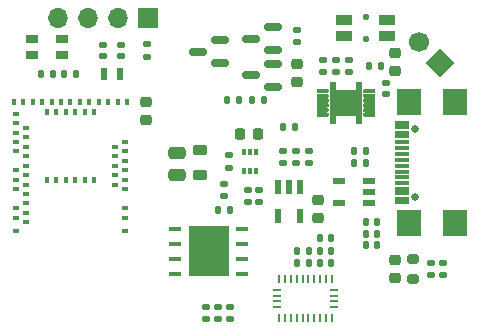
<source format=gbr>
G04 #@! TF.GenerationSoftware,KiCad,Pcbnew,(6.0.0)*
G04 #@! TF.CreationDate,2022-10-31T23:33:13+09:00*
G04 #@! TF.ProjectId,culturit_tx,63756c74-7572-4697-945f-74782e6b6963,rev?*
G04 #@! TF.SameCoordinates,Original*
G04 #@! TF.FileFunction,Soldermask,Top*
G04 #@! TF.FilePolarity,Negative*
%FSLAX46Y46*%
G04 Gerber Fmt 4.6, Leading zero omitted, Abs format (unit mm)*
G04 Created by KiCad (PCBNEW (6.0.0)) date 2022-10-31 23:33:13*
%MOMM*%
%LPD*%
G01*
G04 APERTURE LIST*
G04 Aperture macros list*
%AMRoundRect*
0 Rectangle with rounded corners*
0 $1 Rounding radius*
0 $2 $3 $4 $5 $6 $7 $8 $9 X,Y pos of 4 corners*
0 Add a 4 corners polygon primitive as box body*
4,1,4,$2,$3,$4,$5,$6,$7,$8,$9,$2,$3,0*
0 Add four circle primitives for the rounded corners*
1,1,$1+$1,$2,$3*
1,1,$1+$1,$4,$5*
1,1,$1+$1,$6,$7*
1,1,$1+$1,$8,$9*
0 Add four rect primitives between the rounded corners*
20,1,$1+$1,$2,$3,$4,$5,0*
20,1,$1+$1,$4,$5,$6,$7,0*
20,1,$1+$1,$6,$7,$8,$9,0*
20,1,$1+$1,$8,$9,$2,$3,0*%
%AMHorizOval*
0 Thick line with rounded ends*
0 $1 width*
0 $2 $3 position (X,Y) of the first rounded end (center of the circle)*
0 $4 $5 position (X,Y) of the second rounded end (center of the circle)*
0 Add line between two ends*
20,1,$1,$2,$3,$4,$5,0*
0 Add two circle primitives to create the rounded ends*
1,1,$1,$2,$3*
1,1,$1,$4,$5*%
%AMRotRect*
0 Rectangle, with rotation*
0 The origin of the aperture is its center*
0 $1 length*
0 $2 width*
0 $3 Rotation angle, in degrees counterclockwise*
0 Add horizontal line*
21,1,$1,$2,0,0,$3*%
G04 Aperture macros list end*
%ADD10C,0.010000*%
%ADD11R,0.600000X1.100000*%
%ADD12C,0.650000*%
%ADD13R,1.150000X0.300000*%
%ADD14R,2.000000X2.180000*%
%ADD15RoundRect,0.135000X0.135000X0.185000X-0.135000X0.185000X-0.135000X-0.185000X0.135000X-0.185000X0*%
%ADD16RoundRect,0.147500X-0.147500X-0.172500X0.147500X-0.172500X0.147500X0.172500X-0.147500X0.172500X0*%
%ADD17C,0.500000*%
%ADD18RoundRect,0.140000X0.170000X-0.140000X0.170000X0.140000X-0.170000X0.140000X-0.170000X-0.140000X0*%
%ADD19RoundRect,0.140000X-0.170000X0.140000X-0.170000X-0.140000X0.170000X-0.140000X0.170000X0.140000X0*%
%ADD20RoundRect,0.135000X0.185000X-0.135000X0.185000X0.135000X-0.185000X0.135000X-0.185000X-0.135000X0*%
%ADD21R,1.700000X1.700000*%
%ADD22O,1.700000X1.700000*%
%ADD23RoundRect,0.135000X-0.185000X0.135000X-0.185000X-0.135000X0.185000X-0.135000X0.185000X0.135000X0*%
%ADD24RoundRect,0.135000X-0.135000X-0.185000X0.135000X-0.185000X0.135000X0.185000X-0.135000X0.185000X0*%
%ADD25RoundRect,0.140000X0.140000X0.170000X-0.140000X0.170000X-0.140000X-0.170000X0.140000X-0.170000X0*%
%ADD26RoundRect,0.225000X0.225000X0.250000X-0.225000X0.250000X-0.225000X-0.250000X0.225000X-0.250000X0*%
%ADD27C,0.550000*%
%ADD28R,1.400000X0.900000*%
%ADD29R,0.254000X0.675000*%
%ADD30R,0.675000X0.254000*%
%ADD31RoundRect,0.225000X-0.250000X0.225000X-0.250000X-0.225000X0.250000X-0.225000X0.250000X0.225000X0*%
%ADD32R,0.600000X1.200000*%
%ADD33RoundRect,0.225000X0.250000X-0.225000X0.250000X0.225000X-0.250000X0.225000X-0.250000X-0.225000X0*%
%ADD34RoundRect,0.140000X-0.140000X-0.170000X0.140000X-0.170000X0.140000X0.170000X-0.140000X0.170000X0*%
%ADD35RoundRect,0.150000X0.587500X0.150000X-0.587500X0.150000X-0.587500X-0.150000X0.587500X-0.150000X0*%
%ADD36R,1.000000X0.800000*%
%ADD37RoundRect,0.218750X-0.381250X0.218750X-0.381250X-0.218750X0.381250X-0.218750X0.381250X0.218750X0*%
%ADD38RoundRect,0.200000X-0.275000X0.200000X-0.275000X-0.200000X0.275000X-0.200000X0.275000X0.200000X0*%
%ADD39RoundRect,0.250000X0.475000X-0.250000X0.475000X0.250000X-0.475000X0.250000X-0.475000X-0.250000X0*%
%ADD40R,1.050000X0.450000*%
%ADD41R,3.450000X4.350000*%
%ADD42R,0.300000X0.475000*%
%ADD43RotRect,1.700000X1.700000X45.000000*%
%ADD44HorizOval,1.700000X0.000000X0.000000X0.000000X0.000000X0*%
%ADD45R,0.600000X0.400000*%
%ADD46R,0.400000X0.600000*%
%ADD47RoundRect,0.147500X0.172500X-0.147500X0.172500X0.147500X-0.172500X0.147500X-0.172500X-0.147500X0*%
%ADD48R,1.050000X0.550000*%
G04 APERTURE END LIST*
D10*
X45557500Y-22700000D02*
X45557500Y-26100000D01*
X45557500Y-26100000D02*
X45207500Y-26100000D01*
X45207500Y-26100000D02*
X45207500Y-25425000D01*
X45207500Y-25425000D02*
X43357500Y-25425000D01*
X43357500Y-25425000D02*
X43357500Y-26100000D01*
X43357500Y-26100000D02*
X43007500Y-26100000D01*
X43007500Y-26100000D02*
X43007500Y-22700000D01*
X43007500Y-22700000D02*
X43357500Y-22700000D01*
X43357500Y-22700000D02*
X43357500Y-23375000D01*
X43357500Y-23375000D02*
X45207500Y-23375000D01*
X45207500Y-23375000D02*
X45207500Y-22700000D01*
X45207500Y-22700000D02*
X45557500Y-22700000D01*
G36*
X43357500Y-23375000D02*
G01*
X45207500Y-23375000D01*
X45207500Y-22700000D01*
X45557500Y-22700000D01*
X45557500Y-26100000D01*
X45207500Y-26100000D01*
X45207500Y-25425000D01*
X43357500Y-25425000D01*
X43357500Y-26100000D01*
X43007500Y-26100000D01*
X43007500Y-22700000D01*
X43357500Y-22700000D01*
X43357500Y-23375000D01*
G37*
X43357500Y-23375000D02*
X45207500Y-23375000D01*
X45207500Y-22700000D01*
X45557500Y-22700000D01*
X45557500Y-26100000D01*
X45207500Y-26100000D01*
X45207500Y-25425000D01*
X43357500Y-25425000D01*
X43357500Y-26100000D01*
X43007500Y-26100000D01*
X43007500Y-22700000D01*
X43357500Y-22700000D01*
X43357500Y-23375000D01*
X46732500Y-24750000D02*
X45932500Y-24750000D01*
X45932500Y-24750000D02*
X45924500Y-24750000D01*
X45924500Y-24750000D02*
X45916500Y-24749000D01*
X45916500Y-24749000D02*
X45909500Y-24748000D01*
X45909500Y-24748000D02*
X45901500Y-24747000D01*
X45901500Y-24747000D02*
X45893500Y-24745000D01*
X45893500Y-24745000D02*
X45886500Y-24743000D01*
X45886500Y-24743000D02*
X45878500Y-24740000D01*
X45878500Y-24740000D02*
X45871500Y-24737000D01*
X45871500Y-24737000D02*
X45864500Y-24734000D01*
X45864500Y-24734000D02*
X45857500Y-24730000D01*
X45857500Y-24730000D02*
X45850500Y-24726000D01*
X45850500Y-24726000D02*
X45844500Y-24721000D01*
X45844500Y-24721000D02*
X45838500Y-24717000D01*
X45838500Y-24717000D02*
X45832500Y-24711000D01*
X45832500Y-24711000D02*
X45826500Y-24706000D01*
X45826500Y-24706000D02*
X45821500Y-24700000D01*
X45821500Y-24700000D02*
X45815500Y-24694000D01*
X45815500Y-24694000D02*
X45811500Y-24688000D01*
X45811500Y-24688000D02*
X45806500Y-24682000D01*
X45806500Y-24682000D02*
X45802500Y-24675000D01*
X45802500Y-24675000D02*
X45798500Y-24668000D01*
X45798500Y-24668000D02*
X45795500Y-24661000D01*
X45795500Y-24661000D02*
X45792500Y-24654000D01*
X45792500Y-24654000D02*
X45789500Y-24646000D01*
X45789500Y-24646000D02*
X45787500Y-24639000D01*
X45787500Y-24639000D02*
X45785500Y-24631000D01*
X45785500Y-24631000D02*
X45784500Y-24623000D01*
X45784500Y-24623000D02*
X45783500Y-24616000D01*
X45783500Y-24616000D02*
X45782500Y-24608000D01*
X45782500Y-24608000D02*
X45782500Y-24600000D01*
X45782500Y-24600000D02*
X45782500Y-24592000D01*
X45782500Y-24592000D02*
X45783500Y-24584000D01*
X45783500Y-24584000D02*
X45784500Y-24577000D01*
X45784500Y-24577000D02*
X45785500Y-24569000D01*
X45785500Y-24569000D02*
X45787500Y-24561000D01*
X45787500Y-24561000D02*
X45789500Y-24554000D01*
X45789500Y-24554000D02*
X45792500Y-24546000D01*
X45792500Y-24546000D02*
X45795500Y-24539000D01*
X45795500Y-24539000D02*
X45798500Y-24532000D01*
X45798500Y-24532000D02*
X45802500Y-24525000D01*
X45802500Y-24525000D02*
X45806500Y-24518000D01*
X45806500Y-24518000D02*
X45811500Y-24512000D01*
X45811500Y-24512000D02*
X45815500Y-24506000D01*
X45815500Y-24506000D02*
X45821500Y-24500000D01*
X45821500Y-24500000D02*
X45826500Y-24494000D01*
X45826500Y-24494000D02*
X45832500Y-24489000D01*
X45832500Y-24489000D02*
X45838500Y-24483000D01*
X45838500Y-24483000D02*
X45844500Y-24479000D01*
X45844500Y-24479000D02*
X45850500Y-24474000D01*
X45850500Y-24474000D02*
X45857500Y-24470000D01*
X45857500Y-24470000D02*
X45864500Y-24466000D01*
X45864500Y-24466000D02*
X45871500Y-24463000D01*
X45871500Y-24463000D02*
X45878500Y-24460000D01*
X45878500Y-24460000D02*
X45886500Y-24457000D01*
X45886500Y-24457000D02*
X45893500Y-24455000D01*
X45893500Y-24455000D02*
X45901500Y-24453000D01*
X45901500Y-24453000D02*
X45909500Y-24452000D01*
X45909500Y-24452000D02*
X45916500Y-24451000D01*
X45916500Y-24451000D02*
X45924500Y-24450000D01*
X45924500Y-24450000D02*
X45932500Y-24450000D01*
X45932500Y-24450000D02*
X46732500Y-24450000D01*
X46732500Y-24450000D02*
X46732500Y-24600000D01*
X46732500Y-24600000D02*
X46732500Y-24750000D01*
X46732500Y-24750000D02*
X46732500Y-24750000D01*
G36*
X46732500Y-24750000D02*
G01*
X45924500Y-24750000D01*
X45916500Y-24749000D01*
X45909500Y-24748000D01*
X45901500Y-24747000D01*
X45893500Y-24745000D01*
X45886500Y-24743000D01*
X45878500Y-24740000D01*
X45864500Y-24734000D01*
X45850500Y-24726000D01*
X45844500Y-24721000D01*
X45838500Y-24717000D01*
X45832500Y-24711000D01*
X45826500Y-24706000D01*
X45821500Y-24700000D01*
X45815500Y-24694000D01*
X45811500Y-24688000D01*
X45806500Y-24682000D01*
X45798500Y-24668000D01*
X45792500Y-24654000D01*
X45789500Y-24646000D01*
X45787500Y-24639000D01*
X45785500Y-24631000D01*
X45784500Y-24623000D01*
X45783500Y-24616000D01*
X45782500Y-24608000D01*
X45782500Y-24592000D01*
X45783500Y-24584000D01*
X45784500Y-24577000D01*
X45785500Y-24569000D01*
X45787500Y-24561000D01*
X45789500Y-24554000D01*
X45792500Y-24546000D01*
X45798500Y-24532000D01*
X45806500Y-24518000D01*
X45811500Y-24512000D01*
X45815500Y-24506000D01*
X45821500Y-24500000D01*
X45826500Y-24494000D01*
X45832500Y-24489000D01*
X45838500Y-24483000D01*
X45844500Y-24479000D01*
X45850500Y-24474000D01*
X45864500Y-24466000D01*
X45878500Y-24460000D01*
X45886500Y-24457000D01*
X45893500Y-24455000D01*
X45901500Y-24453000D01*
X45909500Y-24452000D01*
X45916500Y-24451000D01*
X45924500Y-24450000D01*
X46732500Y-24450000D01*
X46732500Y-24750000D01*
G37*
X46732500Y-24750000D02*
X45924500Y-24750000D01*
X45916500Y-24749000D01*
X45909500Y-24748000D01*
X45901500Y-24747000D01*
X45893500Y-24745000D01*
X45886500Y-24743000D01*
X45878500Y-24740000D01*
X45864500Y-24734000D01*
X45850500Y-24726000D01*
X45844500Y-24721000D01*
X45838500Y-24717000D01*
X45832500Y-24711000D01*
X45826500Y-24706000D01*
X45821500Y-24700000D01*
X45815500Y-24694000D01*
X45811500Y-24688000D01*
X45806500Y-24682000D01*
X45798500Y-24668000D01*
X45792500Y-24654000D01*
X45789500Y-24646000D01*
X45787500Y-24639000D01*
X45785500Y-24631000D01*
X45784500Y-24623000D01*
X45783500Y-24616000D01*
X45782500Y-24608000D01*
X45782500Y-24592000D01*
X45783500Y-24584000D01*
X45784500Y-24577000D01*
X45785500Y-24569000D01*
X45787500Y-24561000D01*
X45789500Y-24554000D01*
X45792500Y-24546000D01*
X45798500Y-24532000D01*
X45806500Y-24518000D01*
X45811500Y-24512000D01*
X45815500Y-24506000D01*
X45821500Y-24500000D01*
X45826500Y-24494000D01*
X45832500Y-24489000D01*
X45838500Y-24483000D01*
X45844500Y-24479000D01*
X45850500Y-24474000D01*
X45864500Y-24466000D01*
X45878500Y-24460000D01*
X45886500Y-24457000D01*
X45893500Y-24455000D01*
X45901500Y-24453000D01*
X45909500Y-24452000D01*
X45916500Y-24451000D01*
X45924500Y-24450000D01*
X46732500Y-24450000D01*
X46732500Y-24750000D01*
X46732500Y-23550000D02*
X45932500Y-23550000D01*
X45932500Y-23550000D02*
X45924500Y-23550000D01*
X45924500Y-23550000D02*
X45916500Y-23549000D01*
X45916500Y-23549000D02*
X45909500Y-23548000D01*
X45909500Y-23548000D02*
X45901500Y-23547000D01*
X45901500Y-23547000D02*
X45893500Y-23545000D01*
X45893500Y-23545000D02*
X45886500Y-23543000D01*
X45886500Y-23543000D02*
X45878500Y-23540000D01*
X45878500Y-23540000D02*
X45871500Y-23537000D01*
X45871500Y-23537000D02*
X45864500Y-23534000D01*
X45864500Y-23534000D02*
X45857500Y-23530000D01*
X45857500Y-23530000D02*
X45850500Y-23526000D01*
X45850500Y-23526000D02*
X45844500Y-23521000D01*
X45844500Y-23521000D02*
X45838500Y-23517000D01*
X45838500Y-23517000D02*
X45832500Y-23511000D01*
X45832500Y-23511000D02*
X45826500Y-23506000D01*
X45826500Y-23506000D02*
X45821500Y-23500000D01*
X45821500Y-23500000D02*
X45815500Y-23494000D01*
X45815500Y-23494000D02*
X45811500Y-23488000D01*
X45811500Y-23488000D02*
X45806500Y-23482000D01*
X45806500Y-23482000D02*
X45802500Y-23475000D01*
X45802500Y-23475000D02*
X45798500Y-23468000D01*
X45798500Y-23468000D02*
X45795500Y-23461000D01*
X45795500Y-23461000D02*
X45792500Y-23454000D01*
X45792500Y-23454000D02*
X45789500Y-23446000D01*
X45789500Y-23446000D02*
X45787500Y-23439000D01*
X45787500Y-23439000D02*
X45785500Y-23431000D01*
X45785500Y-23431000D02*
X45784500Y-23423000D01*
X45784500Y-23423000D02*
X45783500Y-23416000D01*
X45783500Y-23416000D02*
X45782500Y-23408000D01*
X45782500Y-23408000D02*
X45782500Y-23400000D01*
X45782500Y-23400000D02*
X45782500Y-23392000D01*
X45782500Y-23392000D02*
X45783500Y-23384000D01*
X45783500Y-23384000D02*
X45784500Y-23377000D01*
X45784500Y-23377000D02*
X45785500Y-23369000D01*
X45785500Y-23369000D02*
X45787500Y-23361000D01*
X45787500Y-23361000D02*
X45789500Y-23354000D01*
X45789500Y-23354000D02*
X45792500Y-23346000D01*
X45792500Y-23346000D02*
X45795500Y-23339000D01*
X45795500Y-23339000D02*
X45798500Y-23332000D01*
X45798500Y-23332000D02*
X45802500Y-23325000D01*
X45802500Y-23325000D02*
X45806500Y-23318000D01*
X45806500Y-23318000D02*
X45811500Y-23312000D01*
X45811500Y-23312000D02*
X45815500Y-23306000D01*
X45815500Y-23306000D02*
X45821500Y-23300000D01*
X45821500Y-23300000D02*
X45826500Y-23294000D01*
X45826500Y-23294000D02*
X45832500Y-23289000D01*
X45832500Y-23289000D02*
X45838500Y-23283000D01*
X45838500Y-23283000D02*
X45844500Y-23279000D01*
X45844500Y-23279000D02*
X45850500Y-23274000D01*
X45850500Y-23274000D02*
X45857500Y-23270000D01*
X45857500Y-23270000D02*
X45864500Y-23266000D01*
X45864500Y-23266000D02*
X45871500Y-23263000D01*
X45871500Y-23263000D02*
X45878500Y-23260000D01*
X45878500Y-23260000D02*
X45886500Y-23257000D01*
X45886500Y-23257000D02*
X45893500Y-23255000D01*
X45893500Y-23255000D02*
X45901500Y-23253000D01*
X45901500Y-23253000D02*
X45909500Y-23252000D01*
X45909500Y-23252000D02*
X45916500Y-23251000D01*
X45916500Y-23251000D02*
X45924500Y-23250000D01*
X45924500Y-23250000D02*
X45932500Y-23250000D01*
X45932500Y-23250000D02*
X46732500Y-23250000D01*
X46732500Y-23250000D02*
X46732500Y-23400000D01*
X46732500Y-23400000D02*
X46732500Y-23550000D01*
X46732500Y-23550000D02*
X46732500Y-23550000D01*
G36*
X46732500Y-23550000D02*
G01*
X45924500Y-23550000D01*
X45916500Y-23549000D01*
X45909500Y-23548000D01*
X45901500Y-23547000D01*
X45893500Y-23545000D01*
X45886500Y-23543000D01*
X45878500Y-23540000D01*
X45864500Y-23534000D01*
X45850500Y-23526000D01*
X45844500Y-23521000D01*
X45838500Y-23517000D01*
X45832500Y-23511000D01*
X45826500Y-23506000D01*
X45821500Y-23500000D01*
X45815500Y-23494000D01*
X45811500Y-23488000D01*
X45806500Y-23482000D01*
X45798500Y-23468000D01*
X45792500Y-23454000D01*
X45789500Y-23446000D01*
X45787500Y-23439000D01*
X45785500Y-23431000D01*
X45784500Y-23423000D01*
X45783500Y-23416000D01*
X45782500Y-23408000D01*
X45782500Y-23392000D01*
X45783500Y-23384000D01*
X45784500Y-23377000D01*
X45785500Y-23369000D01*
X45787500Y-23361000D01*
X45789500Y-23354000D01*
X45792500Y-23346000D01*
X45798500Y-23332000D01*
X45806500Y-23318000D01*
X45811500Y-23312000D01*
X45815500Y-23306000D01*
X45821500Y-23300000D01*
X45826500Y-23294000D01*
X45832500Y-23289000D01*
X45838500Y-23283000D01*
X45844500Y-23279000D01*
X45850500Y-23274000D01*
X45864500Y-23266000D01*
X45878500Y-23260000D01*
X45886500Y-23257000D01*
X45893500Y-23255000D01*
X45901500Y-23253000D01*
X45909500Y-23252000D01*
X45916500Y-23251000D01*
X45924500Y-23250000D01*
X46732500Y-23250000D01*
X46732500Y-23550000D01*
G37*
X46732500Y-23550000D02*
X45924500Y-23550000D01*
X45916500Y-23549000D01*
X45909500Y-23548000D01*
X45901500Y-23547000D01*
X45893500Y-23545000D01*
X45886500Y-23543000D01*
X45878500Y-23540000D01*
X45864500Y-23534000D01*
X45850500Y-23526000D01*
X45844500Y-23521000D01*
X45838500Y-23517000D01*
X45832500Y-23511000D01*
X45826500Y-23506000D01*
X45821500Y-23500000D01*
X45815500Y-23494000D01*
X45811500Y-23488000D01*
X45806500Y-23482000D01*
X45798500Y-23468000D01*
X45792500Y-23454000D01*
X45789500Y-23446000D01*
X45787500Y-23439000D01*
X45785500Y-23431000D01*
X45784500Y-23423000D01*
X45783500Y-23416000D01*
X45782500Y-23408000D01*
X45782500Y-23392000D01*
X45783500Y-23384000D01*
X45784500Y-23377000D01*
X45785500Y-23369000D01*
X45787500Y-23361000D01*
X45789500Y-23354000D01*
X45792500Y-23346000D01*
X45798500Y-23332000D01*
X45806500Y-23318000D01*
X45811500Y-23312000D01*
X45815500Y-23306000D01*
X45821500Y-23300000D01*
X45826500Y-23294000D01*
X45832500Y-23289000D01*
X45838500Y-23283000D01*
X45844500Y-23279000D01*
X45850500Y-23274000D01*
X45864500Y-23266000D01*
X45878500Y-23260000D01*
X45886500Y-23257000D01*
X45893500Y-23255000D01*
X45901500Y-23253000D01*
X45909500Y-23252000D01*
X45916500Y-23251000D01*
X45924500Y-23250000D01*
X46732500Y-23250000D01*
X46732500Y-23550000D01*
X46732500Y-25550000D02*
X45932500Y-25550000D01*
X45932500Y-25550000D02*
X45924500Y-25550000D01*
X45924500Y-25550000D02*
X45916500Y-25549000D01*
X45916500Y-25549000D02*
X45909500Y-25548000D01*
X45909500Y-25548000D02*
X45901500Y-25547000D01*
X45901500Y-25547000D02*
X45893500Y-25545000D01*
X45893500Y-25545000D02*
X45886500Y-25543000D01*
X45886500Y-25543000D02*
X45878500Y-25540000D01*
X45878500Y-25540000D02*
X45871500Y-25537000D01*
X45871500Y-25537000D02*
X45864500Y-25534000D01*
X45864500Y-25534000D02*
X45857500Y-25530000D01*
X45857500Y-25530000D02*
X45850500Y-25526000D01*
X45850500Y-25526000D02*
X45844500Y-25521000D01*
X45844500Y-25521000D02*
X45838500Y-25517000D01*
X45838500Y-25517000D02*
X45832500Y-25511000D01*
X45832500Y-25511000D02*
X45826500Y-25506000D01*
X45826500Y-25506000D02*
X45821500Y-25500000D01*
X45821500Y-25500000D02*
X45815500Y-25494000D01*
X45815500Y-25494000D02*
X45811500Y-25488000D01*
X45811500Y-25488000D02*
X45806500Y-25482000D01*
X45806500Y-25482000D02*
X45802500Y-25475000D01*
X45802500Y-25475000D02*
X45798500Y-25468000D01*
X45798500Y-25468000D02*
X45795500Y-25461000D01*
X45795500Y-25461000D02*
X45792500Y-25454000D01*
X45792500Y-25454000D02*
X45789500Y-25446000D01*
X45789500Y-25446000D02*
X45787500Y-25439000D01*
X45787500Y-25439000D02*
X45785500Y-25431000D01*
X45785500Y-25431000D02*
X45784500Y-25423000D01*
X45784500Y-25423000D02*
X45783500Y-25416000D01*
X45783500Y-25416000D02*
X45782500Y-25408000D01*
X45782500Y-25408000D02*
X45782500Y-25400000D01*
X45782500Y-25400000D02*
X45782500Y-25392000D01*
X45782500Y-25392000D02*
X45783500Y-25384000D01*
X45783500Y-25384000D02*
X45784500Y-25377000D01*
X45784500Y-25377000D02*
X45785500Y-25369000D01*
X45785500Y-25369000D02*
X45787500Y-25361000D01*
X45787500Y-25361000D02*
X45789500Y-25354000D01*
X45789500Y-25354000D02*
X45792500Y-25346000D01*
X45792500Y-25346000D02*
X45795500Y-25339000D01*
X45795500Y-25339000D02*
X45798500Y-25332000D01*
X45798500Y-25332000D02*
X45802500Y-25325000D01*
X45802500Y-25325000D02*
X45806500Y-25318000D01*
X45806500Y-25318000D02*
X45811500Y-25312000D01*
X45811500Y-25312000D02*
X45815500Y-25306000D01*
X45815500Y-25306000D02*
X45821500Y-25300000D01*
X45821500Y-25300000D02*
X45826500Y-25294000D01*
X45826500Y-25294000D02*
X45832500Y-25289000D01*
X45832500Y-25289000D02*
X45838500Y-25283000D01*
X45838500Y-25283000D02*
X45844500Y-25279000D01*
X45844500Y-25279000D02*
X45850500Y-25274000D01*
X45850500Y-25274000D02*
X45857500Y-25270000D01*
X45857500Y-25270000D02*
X45864500Y-25266000D01*
X45864500Y-25266000D02*
X45871500Y-25263000D01*
X45871500Y-25263000D02*
X45878500Y-25260000D01*
X45878500Y-25260000D02*
X45886500Y-25257000D01*
X45886500Y-25257000D02*
X45893500Y-25255000D01*
X45893500Y-25255000D02*
X45901500Y-25253000D01*
X45901500Y-25253000D02*
X45909500Y-25252000D01*
X45909500Y-25252000D02*
X45916500Y-25251000D01*
X45916500Y-25251000D02*
X45924500Y-25250000D01*
X45924500Y-25250000D02*
X45932500Y-25250000D01*
X45932500Y-25250000D02*
X46732500Y-25250000D01*
X46732500Y-25250000D02*
X46732500Y-25400000D01*
X46732500Y-25400000D02*
X46732500Y-25550000D01*
X46732500Y-25550000D02*
X46732500Y-25550000D01*
G36*
X46732500Y-25550000D02*
G01*
X45924500Y-25550000D01*
X45916500Y-25549000D01*
X45909500Y-25548000D01*
X45901500Y-25547000D01*
X45893500Y-25545000D01*
X45886500Y-25543000D01*
X45878500Y-25540000D01*
X45864500Y-25534000D01*
X45850500Y-25526000D01*
X45844500Y-25521000D01*
X45838500Y-25517000D01*
X45832500Y-25511000D01*
X45826500Y-25506000D01*
X45821500Y-25500000D01*
X45815500Y-25494000D01*
X45811500Y-25488000D01*
X45806500Y-25482000D01*
X45798500Y-25468000D01*
X45792500Y-25454000D01*
X45789500Y-25446000D01*
X45787500Y-25439000D01*
X45785500Y-25431000D01*
X45784500Y-25423000D01*
X45783500Y-25416000D01*
X45782500Y-25408000D01*
X45782500Y-25392000D01*
X45783500Y-25384000D01*
X45784500Y-25377000D01*
X45785500Y-25369000D01*
X45787500Y-25361000D01*
X45789500Y-25354000D01*
X45792500Y-25346000D01*
X45798500Y-25332000D01*
X45806500Y-25318000D01*
X45811500Y-25312000D01*
X45815500Y-25306000D01*
X45821500Y-25300000D01*
X45826500Y-25294000D01*
X45832500Y-25289000D01*
X45838500Y-25283000D01*
X45844500Y-25279000D01*
X45850500Y-25274000D01*
X45864500Y-25266000D01*
X45878500Y-25260000D01*
X45886500Y-25257000D01*
X45893500Y-25255000D01*
X45901500Y-25253000D01*
X45909500Y-25252000D01*
X45916500Y-25251000D01*
X45924500Y-25250000D01*
X46732500Y-25250000D01*
X46732500Y-25550000D01*
G37*
X46732500Y-25550000D02*
X45924500Y-25550000D01*
X45916500Y-25549000D01*
X45909500Y-25548000D01*
X45901500Y-25547000D01*
X45893500Y-25545000D01*
X45886500Y-25543000D01*
X45878500Y-25540000D01*
X45864500Y-25534000D01*
X45850500Y-25526000D01*
X45844500Y-25521000D01*
X45838500Y-25517000D01*
X45832500Y-25511000D01*
X45826500Y-25506000D01*
X45821500Y-25500000D01*
X45815500Y-25494000D01*
X45811500Y-25488000D01*
X45806500Y-25482000D01*
X45798500Y-25468000D01*
X45792500Y-25454000D01*
X45789500Y-25446000D01*
X45787500Y-25439000D01*
X45785500Y-25431000D01*
X45784500Y-25423000D01*
X45783500Y-25416000D01*
X45782500Y-25408000D01*
X45782500Y-25392000D01*
X45783500Y-25384000D01*
X45784500Y-25377000D01*
X45785500Y-25369000D01*
X45787500Y-25361000D01*
X45789500Y-25354000D01*
X45792500Y-25346000D01*
X45798500Y-25332000D01*
X45806500Y-25318000D01*
X45811500Y-25312000D01*
X45815500Y-25306000D01*
X45821500Y-25300000D01*
X45826500Y-25294000D01*
X45832500Y-25289000D01*
X45838500Y-25283000D01*
X45844500Y-25279000D01*
X45850500Y-25274000D01*
X45864500Y-25266000D01*
X45878500Y-25260000D01*
X45886500Y-25257000D01*
X45893500Y-25255000D01*
X45901500Y-25253000D01*
X45909500Y-25252000D01*
X45916500Y-25251000D01*
X45924500Y-25250000D01*
X46732500Y-25250000D01*
X46732500Y-25550000D01*
X41832500Y-23650000D02*
X42632500Y-23650000D01*
X42632500Y-23650000D02*
X42640500Y-23650000D01*
X42640500Y-23650000D02*
X42648500Y-23651000D01*
X42648500Y-23651000D02*
X42655500Y-23652000D01*
X42655500Y-23652000D02*
X42663500Y-23653000D01*
X42663500Y-23653000D02*
X42671500Y-23655000D01*
X42671500Y-23655000D02*
X42678500Y-23657000D01*
X42678500Y-23657000D02*
X42686500Y-23660000D01*
X42686500Y-23660000D02*
X42693500Y-23663000D01*
X42693500Y-23663000D02*
X42700500Y-23666000D01*
X42700500Y-23666000D02*
X42707500Y-23670000D01*
X42707500Y-23670000D02*
X42714500Y-23674000D01*
X42714500Y-23674000D02*
X42720500Y-23679000D01*
X42720500Y-23679000D02*
X42726500Y-23683000D01*
X42726500Y-23683000D02*
X42732500Y-23689000D01*
X42732500Y-23689000D02*
X42738500Y-23694000D01*
X42738500Y-23694000D02*
X42743500Y-23700000D01*
X42743500Y-23700000D02*
X42749500Y-23706000D01*
X42749500Y-23706000D02*
X42753500Y-23712000D01*
X42753500Y-23712000D02*
X42758500Y-23718000D01*
X42758500Y-23718000D02*
X42762500Y-23725000D01*
X42762500Y-23725000D02*
X42766500Y-23732000D01*
X42766500Y-23732000D02*
X42769500Y-23739000D01*
X42769500Y-23739000D02*
X42772500Y-23746000D01*
X42772500Y-23746000D02*
X42775500Y-23754000D01*
X42775500Y-23754000D02*
X42777500Y-23761000D01*
X42777500Y-23761000D02*
X42779500Y-23769000D01*
X42779500Y-23769000D02*
X42780500Y-23777000D01*
X42780500Y-23777000D02*
X42781500Y-23784000D01*
X42781500Y-23784000D02*
X42782500Y-23792000D01*
X42782500Y-23792000D02*
X42782500Y-23800000D01*
X42782500Y-23800000D02*
X42782500Y-23808000D01*
X42782500Y-23808000D02*
X42781500Y-23816000D01*
X42781500Y-23816000D02*
X42780500Y-23823000D01*
X42780500Y-23823000D02*
X42779500Y-23831000D01*
X42779500Y-23831000D02*
X42777500Y-23839000D01*
X42777500Y-23839000D02*
X42775500Y-23846000D01*
X42775500Y-23846000D02*
X42772500Y-23854000D01*
X42772500Y-23854000D02*
X42769500Y-23861000D01*
X42769500Y-23861000D02*
X42766500Y-23868000D01*
X42766500Y-23868000D02*
X42762500Y-23875000D01*
X42762500Y-23875000D02*
X42758500Y-23882000D01*
X42758500Y-23882000D02*
X42753500Y-23888000D01*
X42753500Y-23888000D02*
X42749500Y-23894000D01*
X42749500Y-23894000D02*
X42743500Y-23900000D01*
X42743500Y-23900000D02*
X42738500Y-23906000D01*
X42738500Y-23906000D02*
X42732500Y-23911000D01*
X42732500Y-23911000D02*
X42726500Y-23917000D01*
X42726500Y-23917000D02*
X42720500Y-23921000D01*
X42720500Y-23921000D02*
X42714500Y-23926000D01*
X42714500Y-23926000D02*
X42707500Y-23930000D01*
X42707500Y-23930000D02*
X42700500Y-23934000D01*
X42700500Y-23934000D02*
X42693500Y-23937000D01*
X42693500Y-23937000D02*
X42686500Y-23940000D01*
X42686500Y-23940000D02*
X42678500Y-23943000D01*
X42678500Y-23943000D02*
X42671500Y-23945000D01*
X42671500Y-23945000D02*
X42663500Y-23947000D01*
X42663500Y-23947000D02*
X42655500Y-23948000D01*
X42655500Y-23948000D02*
X42648500Y-23949000D01*
X42648500Y-23949000D02*
X42640500Y-23950000D01*
X42640500Y-23950000D02*
X42632500Y-23950000D01*
X42632500Y-23950000D02*
X41832500Y-23950000D01*
X41832500Y-23950000D02*
X41832500Y-23800000D01*
X41832500Y-23800000D02*
X41832500Y-23650000D01*
X41832500Y-23650000D02*
X41832500Y-23650000D01*
G36*
X42648500Y-23651000D02*
G01*
X42655500Y-23652000D01*
X42663500Y-23653000D01*
X42671500Y-23655000D01*
X42678500Y-23657000D01*
X42686500Y-23660000D01*
X42700500Y-23666000D01*
X42714500Y-23674000D01*
X42720500Y-23679000D01*
X42726500Y-23683000D01*
X42732500Y-23689000D01*
X42738500Y-23694000D01*
X42743500Y-23700000D01*
X42749500Y-23706000D01*
X42753500Y-23712000D01*
X42758500Y-23718000D01*
X42766500Y-23732000D01*
X42772500Y-23746000D01*
X42775500Y-23754000D01*
X42777500Y-23761000D01*
X42779500Y-23769000D01*
X42780500Y-23777000D01*
X42781500Y-23784000D01*
X42782500Y-23792000D01*
X42782500Y-23808000D01*
X42781500Y-23816000D01*
X42780500Y-23823000D01*
X42779500Y-23831000D01*
X42777500Y-23839000D01*
X42775500Y-23846000D01*
X42772500Y-23854000D01*
X42766500Y-23868000D01*
X42758500Y-23882000D01*
X42753500Y-23888000D01*
X42749500Y-23894000D01*
X42743500Y-23900000D01*
X42738500Y-23906000D01*
X42732500Y-23911000D01*
X42726500Y-23917000D01*
X42720500Y-23921000D01*
X42714500Y-23926000D01*
X42700500Y-23934000D01*
X42686500Y-23940000D01*
X42678500Y-23943000D01*
X42671500Y-23945000D01*
X42663500Y-23947000D01*
X42655500Y-23948000D01*
X42648500Y-23949000D01*
X42640500Y-23950000D01*
X41832500Y-23950000D01*
X41832500Y-23650000D01*
X42640500Y-23650000D01*
X42648500Y-23651000D01*
G37*
X42648500Y-23651000D02*
X42655500Y-23652000D01*
X42663500Y-23653000D01*
X42671500Y-23655000D01*
X42678500Y-23657000D01*
X42686500Y-23660000D01*
X42700500Y-23666000D01*
X42714500Y-23674000D01*
X42720500Y-23679000D01*
X42726500Y-23683000D01*
X42732500Y-23689000D01*
X42738500Y-23694000D01*
X42743500Y-23700000D01*
X42749500Y-23706000D01*
X42753500Y-23712000D01*
X42758500Y-23718000D01*
X42766500Y-23732000D01*
X42772500Y-23746000D01*
X42775500Y-23754000D01*
X42777500Y-23761000D01*
X42779500Y-23769000D01*
X42780500Y-23777000D01*
X42781500Y-23784000D01*
X42782500Y-23792000D01*
X42782500Y-23808000D01*
X42781500Y-23816000D01*
X42780500Y-23823000D01*
X42779500Y-23831000D01*
X42777500Y-23839000D01*
X42775500Y-23846000D01*
X42772500Y-23854000D01*
X42766500Y-23868000D01*
X42758500Y-23882000D01*
X42753500Y-23888000D01*
X42749500Y-23894000D01*
X42743500Y-23900000D01*
X42738500Y-23906000D01*
X42732500Y-23911000D01*
X42726500Y-23917000D01*
X42720500Y-23921000D01*
X42714500Y-23926000D01*
X42700500Y-23934000D01*
X42686500Y-23940000D01*
X42678500Y-23943000D01*
X42671500Y-23945000D01*
X42663500Y-23947000D01*
X42655500Y-23948000D01*
X42648500Y-23949000D01*
X42640500Y-23950000D01*
X41832500Y-23950000D01*
X41832500Y-23650000D01*
X42640500Y-23650000D01*
X42648500Y-23651000D01*
X41832500Y-24850000D02*
X42632500Y-24850000D01*
X42632500Y-24850000D02*
X42640500Y-24850000D01*
X42640500Y-24850000D02*
X42648500Y-24851000D01*
X42648500Y-24851000D02*
X42655500Y-24852000D01*
X42655500Y-24852000D02*
X42663500Y-24853000D01*
X42663500Y-24853000D02*
X42671500Y-24855000D01*
X42671500Y-24855000D02*
X42678500Y-24857000D01*
X42678500Y-24857000D02*
X42686500Y-24860000D01*
X42686500Y-24860000D02*
X42693500Y-24863000D01*
X42693500Y-24863000D02*
X42700500Y-24866000D01*
X42700500Y-24866000D02*
X42707500Y-24870000D01*
X42707500Y-24870000D02*
X42714500Y-24874000D01*
X42714500Y-24874000D02*
X42720500Y-24879000D01*
X42720500Y-24879000D02*
X42726500Y-24883000D01*
X42726500Y-24883000D02*
X42732500Y-24889000D01*
X42732500Y-24889000D02*
X42738500Y-24894000D01*
X42738500Y-24894000D02*
X42743500Y-24900000D01*
X42743500Y-24900000D02*
X42749500Y-24906000D01*
X42749500Y-24906000D02*
X42753500Y-24912000D01*
X42753500Y-24912000D02*
X42758500Y-24918000D01*
X42758500Y-24918000D02*
X42762500Y-24925000D01*
X42762500Y-24925000D02*
X42766500Y-24932000D01*
X42766500Y-24932000D02*
X42769500Y-24939000D01*
X42769500Y-24939000D02*
X42772500Y-24946000D01*
X42772500Y-24946000D02*
X42775500Y-24954000D01*
X42775500Y-24954000D02*
X42777500Y-24961000D01*
X42777500Y-24961000D02*
X42779500Y-24969000D01*
X42779500Y-24969000D02*
X42780500Y-24977000D01*
X42780500Y-24977000D02*
X42781500Y-24984000D01*
X42781500Y-24984000D02*
X42782500Y-24992000D01*
X42782500Y-24992000D02*
X42782500Y-25000000D01*
X42782500Y-25000000D02*
X42782500Y-25008000D01*
X42782500Y-25008000D02*
X42781500Y-25016000D01*
X42781500Y-25016000D02*
X42780500Y-25023000D01*
X42780500Y-25023000D02*
X42779500Y-25031000D01*
X42779500Y-25031000D02*
X42777500Y-25039000D01*
X42777500Y-25039000D02*
X42775500Y-25046000D01*
X42775500Y-25046000D02*
X42772500Y-25054000D01*
X42772500Y-25054000D02*
X42769500Y-25061000D01*
X42769500Y-25061000D02*
X42766500Y-25068000D01*
X42766500Y-25068000D02*
X42762500Y-25075000D01*
X42762500Y-25075000D02*
X42758500Y-25082000D01*
X42758500Y-25082000D02*
X42753500Y-25088000D01*
X42753500Y-25088000D02*
X42749500Y-25094000D01*
X42749500Y-25094000D02*
X42743500Y-25100000D01*
X42743500Y-25100000D02*
X42738500Y-25106000D01*
X42738500Y-25106000D02*
X42732500Y-25111000D01*
X42732500Y-25111000D02*
X42726500Y-25117000D01*
X42726500Y-25117000D02*
X42720500Y-25121000D01*
X42720500Y-25121000D02*
X42714500Y-25126000D01*
X42714500Y-25126000D02*
X42707500Y-25130000D01*
X42707500Y-25130000D02*
X42700500Y-25134000D01*
X42700500Y-25134000D02*
X42693500Y-25137000D01*
X42693500Y-25137000D02*
X42686500Y-25140000D01*
X42686500Y-25140000D02*
X42678500Y-25143000D01*
X42678500Y-25143000D02*
X42671500Y-25145000D01*
X42671500Y-25145000D02*
X42663500Y-25147000D01*
X42663500Y-25147000D02*
X42655500Y-25148000D01*
X42655500Y-25148000D02*
X42648500Y-25149000D01*
X42648500Y-25149000D02*
X42640500Y-25150000D01*
X42640500Y-25150000D02*
X42632500Y-25150000D01*
X42632500Y-25150000D02*
X41832500Y-25150000D01*
X41832500Y-25150000D02*
X41832500Y-25000000D01*
X41832500Y-25000000D02*
X41832500Y-24850000D01*
X41832500Y-24850000D02*
X41832500Y-24850000D01*
G36*
X42648500Y-24851000D02*
G01*
X42655500Y-24852000D01*
X42663500Y-24853000D01*
X42671500Y-24855000D01*
X42678500Y-24857000D01*
X42686500Y-24860000D01*
X42700500Y-24866000D01*
X42714500Y-24874000D01*
X42720500Y-24879000D01*
X42726500Y-24883000D01*
X42732500Y-24889000D01*
X42738500Y-24894000D01*
X42743500Y-24900000D01*
X42749500Y-24906000D01*
X42753500Y-24912000D01*
X42758500Y-24918000D01*
X42766500Y-24932000D01*
X42772500Y-24946000D01*
X42775500Y-24954000D01*
X42777500Y-24961000D01*
X42779500Y-24969000D01*
X42780500Y-24977000D01*
X42781500Y-24984000D01*
X42782500Y-24992000D01*
X42782500Y-25008000D01*
X42781500Y-25016000D01*
X42780500Y-25023000D01*
X42779500Y-25031000D01*
X42777500Y-25039000D01*
X42775500Y-25046000D01*
X42772500Y-25054000D01*
X42766500Y-25068000D01*
X42758500Y-25082000D01*
X42753500Y-25088000D01*
X42749500Y-25094000D01*
X42743500Y-25100000D01*
X42738500Y-25106000D01*
X42732500Y-25111000D01*
X42726500Y-25117000D01*
X42720500Y-25121000D01*
X42714500Y-25126000D01*
X42700500Y-25134000D01*
X42686500Y-25140000D01*
X42678500Y-25143000D01*
X42671500Y-25145000D01*
X42663500Y-25147000D01*
X42655500Y-25148000D01*
X42648500Y-25149000D01*
X42640500Y-25150000D01*
X41832500Y-25150000D01*
X41832500Y-24850000D01*
X42640500Y-24850000D01*
X42648500Y-24851000D01*
G37*
X42648500Y-24851000D02*
X42655500Y-24852000D01*
X42663500Y-24853000D01*
X42671500Y-24855000D01*
X42678500Y-24857000D01*
X42686500Y-24860000D01*
X42700500Y-24866000D01*
X42714500Y-24874000D01*
X42720500Y-24879000D01*
X42726500Y-24883000D01*
X42732500Y-24889000D01*
X42738500Y-24894000D01*
X42743500Y-24900000D01*
X42749500Y-24906000D01*
X42753500Y-24912000D01*
X42758500Y-24918000D01*
X42766500Y-24932000D01*
X42772500Y-24946000D01*
X42775500Y-24954000D01*
X42777500Y-24961000D01*
X42779500Y-24969000D01*
X42780500Y-24977000D01*
X42781500Y-24984000D01*
X42782500Y-24992000D01*
X42782500Y-25008000D01*
X42781500Y-25016000D01*
X42780500Y-25023000D01*
X42779500Y-25031000D01*
X42777500Y-25039000D01*
X42775500Y-25046000D01*
X42772500Y-25054000D01*
X42766500Y-25068000D01*
X42758500Y-25082000D01*
X42753500Y-25088000D01*
X42749500Y-25094000D01*
X42743500Y-25100000D01*
X42738500Y-25106000D01*
X42732500Y-25111000D01*
X42726500Y-25117000D01*
X42720500Y-25121000D01*
X42714500Y-25126000D01*
X42700500Y-25134000D01*
X42686500Y-25140000D01*
X42678500Y-25143000D01*
X42671500Y-25145000D01*
X42663500Y-25147000D01*
X42655500Y-25148000D01*
X42648500Y-25149000D01*
X42640500Y-25150000D01*
X41832500Y-25150000D01*
X41832500Y-24850000D01*
X42640500Y-24850000D01*
X42648500Y-24851000D01*
X46732500Y-24350000D02*
X45932500Y-24350000D01*
X45932500Y-24350000D02*
X45924500Y-24350000D01*
X45924500Y-24350000D02*
X45916500Y-24349000D01*
X45916500Y-24349000D02*
X45909500Y-24348000D01*
X45909500Y-24348000D02*
X45901500Y-24347000D01*
X45901500Y-24347000D02*
X45893500Y-24345000D01*
X45893500Y-24345000D02*
X45886500Y-24343000D01*
X45886500Y-24343000D02*
X45878500Y-24340000D01*
X45878500Y-24340000D02*
X45871500Y-24337000D01*
X45871500Y-24337000D02*
X45864500Y-24334000D01*
X45864500Y-24334000D02*
X45857500Y-24330000D01*
X45857500Y-24330000D02*
X45850500Y-24326000D01*
X45850500Y-24326000D02*
X45844500Y-24321000D01*
X45844500Y-24321000D02*
X45838500Y-24317000D01*
X45838500Y-24317000D02*
X45832500Y-24311000D01*
X45832500Y-24311000D02*
X45826500Y-24306000D01*
X45826500Y-24306000D02*
X45821500Y-24300000D01*
X45821500Y-24300000D02*
X45815500Y-24294000D01*
X45815500Y-24294000D02*
X45811500Y-24288000D01*
X45811500Y-24288000D02*
X45806500Y-24282000D01*
X45806500Y-24282000D02*
X45802500Y-24275000D01*
X45802500Y-24275000D02*
X45798500Y-24268000D01*
X45798500Y-24268000D02*
X45795500Y-24261000D01*
X45795500Y-24261000D02*
X45792500Y-24254000D01*
X45792500Y-24254000D02*
X45789500Y-24246000D01*
X45789500Y-24246000D02*
X45787500Y-24239000D01*
X45787500Y-24239000D02*
X45785500Y-24231000D01*
X45785500Y-24231000D02*
X45784500Y-24223000D01*
X45784500Y-24223000D02*
X45783500Y-24216000D01*
X45783500Y-24216000D02*
X45782500Y-24208000D01*
X45782500Y-24208000D02*
X45782500Y-24200000D01*
X45782500Y-24200000D02*
X45782500Y-24192000D01*
X45782500Y-24192000D02*
X45783500Y-24184000D01*
X45783500Y-24184000D02*
X45784500Y-24177000D01*
X45784500Y-24177000D02*
X45785500Y-24169000D01*
X45785500Y-24169000D02*
X45787500Y-24161000D01*
X45787500Y-24161000D02*
X45789500Y-24154000D01*
X45789500Y-24154000D02*
X45792500Y-24146000D01*
X45792500Y-24146000D02*
X45795500Y-24139000D01*
X45795500Y-24139000D02*
X45798500Y-24132000D01*
X45798500Y-24132000D02*
X45802500Y-24125000D01*
X45802500Y-24125000D02*
X45806500Y-24118000D01*
X45806500Y-24118000D02*
X45811500Y-24112000D01*
X45811500Y-24112000D02*
X45815500Y-24106000D01*
X45815500Y-24106000D02*
X45821500Y-24100000D01*
X45821500Y-24100000D02*
X45826500Y-24094000D01*
X45826500Y-24094000D02*
X45832500Y-24089000D01*
X45832500Y-24089000D02*
X45838500Y-24083000D01*
X45838500Y-24083000D02*
X45844500Y-24079000D01*
X45844500Y-24079000D02*
X45850500Y-24074000D01*
X45850500Y-24074000D02*
X45857500Y-24070000D01*
X45857500Y-24070000D02*
X45864500Y-24066000D01*
X45864500Y-24066000D02*
X45871500Y-24063000D01*
X45871500Y-24063000D02*
X45878500Y-24060000D01*
X45878500Y-24060000D02*
X45886500Y-24057000D01*
X45886500Y-24057000D02*
X45893500Y-24055000D01*
X45893500Y-24055000D02*
X45901500Y-24053000D01*
X45901500Y-24053000D02*
X45909500Y-24052000D01*
X45909500Y-24052000D02*
X45916500Y-24051000D01*
X45916500Y-24051000D02*
X45924500Y-24050000D01*
X45924500Y-24050000D02*
X45932500Y-24050000D01*
X45932500Y-24050000D02*
X46732500Y-24050000D01*
X46732500Y-24050000D02*
X46732500Y-24200000D01*
X46732500Y-24200000D02*
X46732500Y-24350000D01*
X46732500Y-24350000D02*
X46732500Y-24350000D01*
G36*
X46732500Y-24350000D02*
G01*
X45924500Y-24350000D01*
X45916500Y-24349000D01*
X45909500Y-24348000D01*
X45901500Y-24347000D01*
X45893500Y-24345000D01*
X45886500Y-24343000D01*
X45878500Y-24340000D01*
X45864500Y-24334000D01*
X45850500Y-24326000D01*
X45844500Y-24321000D01*
X45838500Y-24317000D01*
X45832500Y-24311000D01*
X45826500Y-24306000D01*
X45821500Y-24300000D01*
X45815500Y-24294000D01*
X45811500Y-24288000D01*
X45806500Y-24282000D01*
X45798500Y-24268000D01*
X45792500Y-24254000D01*
X45789500Y-24246000D01*
X45787500Y-24239000D01*
X45785500Y-24231000D01*
X45784500Y-24223000D01*
X45783500Y-24216000D01*
X45782500Y-24208000D01*
X45782500Y-24192000D01*
X45783500Y-24184000D01*
X45784500Y-24177000D01*
X45785500Y-24169000D01*
X45787500Y-24161000D01*
X45789500Y-24154000D01*
X45792500Y-24146000D01*
X45798500Y-24132000D01*
X45806500Y-24118000D01*
X45811500Y-24112000D01*
X45815500Y-24106000D01*
X45821500Y-24100000D01*
X45826500Y-24094000D01*
X45832500Y-24089000D01*
X45838500Y-24083000D01*
X45844500Y-24079000D01*
X45850500Y-24074000D01*
X45864500Y-24066000D01*
X45878500Y-24060000D01*
X45886500Y-24057000D01*
X45893500Y-24055000D01*
X45901500Y-24053000D01*
X45909500Y-24052000D01*
X45916500Y-24051000D01*
X45924500Y-24050000D01*
X46732500Y-24050000D01*
X46732500Y-24350000D01*
G37*
X46732500Y-24350000D02*
X45924500Y-24350000D01*
X45916500Y-24349000D01*
X45909500Y-24348000D01*
X45901500Y-24347000D01*
X45893500Y-24345000D01*
X45886500Y-24343000D01*
X45878500Y-24340000D01*
X45864500Y-24334000D01*
X45850500Y-24326000D01*
X45844500Y-24321000D01*
X45838500Y-24317000D01*
X45832500Y-24311000D01*
X45826500Y-24306000D01*
X45821500Y-24300000D01*
X45815500Y-24294000D01*
X45811500Y-24288000D01*
X45806500Y-24282000D01*
X45798500Y-24268000D01*
X45792500Y-24254000D01*
X45789500Y-24246000D01*
X45787500Y-24239000D01*
X45785500Y-24231000D01*
X45784500Y-24223000D01*
X45783500Y-24216000D01*
X45782500Y-24208000D01*
X45782500Y-24192000D01*
X45783500Y-24184000D01*
X45784500Y-24177000D01*
X45785500Y-24169000D01*
X45787500Y-24161000D01*
X45789500Y-24154000D01*
X45792500Y-24146000D01*
X45798500Y-24132000D01*
X45806500Y-24118000D01*
X45811500Y-24112000D01*
X45815500Y-24106000D01*
X45821500Y-24100000D01*
X45826500Y-24094000D01*
X45832500Y-24089000D01*
X45838500Y-24083000D01*
X45844500Y-24079000D01*
X45850500Y-24074000D01*
X45864500Y-24066000D01*
X45878500Y-24060000D01*
X45886500Y-24057000D01*
X45893500Y-24055000D01*
X45901500Y-24053000D01*
X45909500Y-24052000D01*
X45916500Y-24051000D01*
X45924500Y-24050000D01*
X46732500Y-24050000D01*
X46732500Y-24350000D01*
X41832500Y-25250000D02*
X42632500Y-25250000D01*
X42632500Y-25250000D02*
X42640500Y-25250000D01*
X42640500Y-25250000D02*
X42648500Y-25251000D01*
X42648500Y-25251000D02*
X42655500Y-25252000D01*
X42655500Y-25252000D02*
X42663500Y-25253000D01*
X42663500Y-25253000D02*
X42671500Y-25255000D01*
X42671500Y-25255000D02*
X42678500Y-25257000D01*
X42678500Y-25257000D02*
X42686500Y-25260000D01*
X42686500Y-25260000D02*
X42693500Y-25263000D01*
X42693500Y-25263000D02*
X42700500Y-25266000D01*
X42700500Y-25266000D02*
X42707500Y-25270000D01*
X42707500Y-25270000D02*
X42714500Y-25274000D01*
X42714500Y-25274000D02*
X42720500Y-25279000D01*
X42720500Y-25279000D02*
X42726500Y-25283000D01*
X42726500Y-25283000D02*
X42732500Y-25289000D01*
X42732500Y-25289000D02*
X42738500Y-25294000D01*
X42738500Y-25294000D02*
X42743500Y-25300000D01*
X42743500Y-25300000D02*
X42749500Y-25306000D01*
X42749500Y-25306000D02*
X42753500Y-25312000D01*
X42753500Y-25312000D02*
X42758500Y-25318000D01*
X42758500Y-25318000D02*
X42762500Y-25325000D01*
X42762500Y-25325000D02*
X42766500Y-25332000D01*
X42766500Y-25332000D02*
X42769500Y-25339000D01*
X42769500Y-25339000D02*
X42772500Y-25346000D01*
X42772500Y-25346000D02*
X42775500Y-25354000D01*
X42775500Y-25354000D02*
X42777500Y-25361000D01*
X42777500Y-25361000D02*
X42779500Y-25369000D01*
X42779500Y-25369000D02*
X42780500Y-25377000D01*
X42780500Y-25377000D02*
X42781500Y-25384000D01*
X42781500Y-25384000D02*
X42782500Y-25392000D01*
X42782500Y-25392000D02*
X42782500Y-25400000D01*
X42782500Y-25400000D02*
X42782500Y-25408000D01*
X42782500Y-25408000D02*
X42781500Y-25416000D01*
X42781500Y-25416000D02*
X42780500Y-25423000D01*
X42780500Y-25423000D02*
X42779500Y-25431000D01*
X42779500Y-25431000D02*
X42777500Y-25439000D01*
X42777500Y-25439000D02*
X42775500Y-25446000D01*
X42775500Y-25446000D02*
X42772500Y-25454000D01*
X42772500Y-25454000D02*
X42769500Y-25461000D01*
X42769500Y-25461000D02*
X42766500Y-25468000D01*
X42766500Y-25468000D02*
X42762500Y-25475000D01*
X42762500Y-25475000D02*
X42758500Y-25482000D01*
X42758500Y-25482000D02*
X42753500Y-25488000D01*
X42753500Y-25488000D02*
X42749500Y-25494000D01*
X42749500Y-25494000D02*
X42743500Y-25500000D01*
X42743500Y-25500000D02*
X42738500Y-25506000D01*
X42738500Y-25506000D02*
X42732500Y-25511000D01*
X42732500Y-25511000D02*
X42726500Y-25517000D01*
X42726500Y-25517000D02*
X42720500Y-25521000D01*
X42720500Y-25521000D02*
X42714500Y-25526000D01*
X42714500Y-25526000D02*
X42707500Y-25530000D01*
X42707500Y-25530000D02*
X42700500Y-25534000D01*
X42700500Y-25534000D02*
X42693500Y-25537000D01*
X42693500Y-25537000D02*
X42686500Y-25540000D01*
X42686500Y-25540000D02*
X42678500Y-25543000D01*
X42678500Y-25543000D02*
X42671500Y-25545000D01*
X42671500Y-25545000D02*
X42663500Y-25547000D01*
X42663500Y-25547000D02*
X42655500Y-25548000D01*
X42655500Y-25548000D02*
X42648500Y-25549000D01*
X42648500Y-25549000D02*
X42640500Y-25550000D01*
X42640500Y-25550000D02*
X42632500Y-25550000D01*
X42632500Y-25550000D02*
X41832500Y-25550000D01*
X41832500Y-25550000D02*
X41832500Y-25400000D01*
X41832500Y-25400000D02*
X41832500Y-25250000D01*
X41832500Y-25250000D02*
X41832500Y-25250000D01*
G36*
X42648500Y-25251000D02*
G01*
X42655500Y-25252000D01*
X42663500Y-25253000D01*
X42671500Y-25255000D01*
X42678500Y-25257000D01*
X42686500Y-25260000D01*
X42700500Y-25266000D01*
X42714500Y-25274000D01*
X42720500Y-25279000D01*
X42726500Y-25283000D01*
X42732500Y-25289000D01*
X42738500Y-25294000D01*
X42743500Y-25300000D01*
X42749500Y-25306000D01*
X42753500Y-25312000D01*
X42758500Y-25318000D01*
X42766500Y-25332000D01*
X42772500Y-25346000D01*
X42775500Y-25354000D01*
X42777500Y-25361000D01*
X42779500Y-25369000D01*
X42780500Y-25377000D01*
X42781500Y-25384000D01*
X42782500Y-25392000D01*
X42782500Y-25408000D01*
X42781500Y-25416000D01*
X42780500Y-25423000D01*
X42779500Y-25431000D01*
X42777500Y-25439000D01*
X42775500Y-25446000D01*
X42772500Y-25454000D01*
X42766500Y-25468000D01*
X42758500Y-25482000D01*
X42753500Y-25488000D01*
X42749500Y-25494000D01*
X42743500Y-25500000D01*
X42738500Y-25506000D01*
X42732500Y-25511000D01*
X42726500Y-25517000D01*
X42720500Y-25521000D01*
X42714500Y-25526000D01*
X42700500Y-25534000D01*
X42686500Y-25540000D01*
X42678500Y-25543000D01*
X42671500Y-25545000D01*
X42663500Y-25547000D01*
X42655500Y-25548000D01*
X42648500Y-25549000D01*
X42640500Y-25550000D01*
X41832500Y-25550000D01*
X41832500Y-25250000D01*
X42640500Y-25250000D01*
X42648500Y-25251000D01*
G37*
X42648500Y-25251000D02*
X42655500Y-25252000D01*
X42663500Y-25253000D01*
X42671500Y-25255000D01*
X42678500Y-25257000D01*
X42686500Y-25260000D01*
X42700500Y-25266000D01*
X42714500Y-25274000D01*
X42720500Y-25279000D01*
X42726500Y-25283000D01*
X42732500Y-25289000D01*
X42738500Y-25294000D01*
X42743500Y-25300000D01*
X42749500Y-25306000D01*
X42753500Y-25312000D01*
X42758500Y-25318000D01*
X42766500Y-25332000D01*
X42772500Y-25346000D01*
X42775500Y-25354000D01*
X42777500Y-25361000D01*
X42779500Y-25369000D01*
X42780500Y-25377000D01*
X42781500Y-25384000D01*
X42782500Y-25392000D01*
X42782500Y-25408000D01*
X42781500Y-25416000D01*
X42780500Y-25423000D01*
X42779500Y-25431000D01*
X42777500Y-25439000D01*
X42775500Y-25446000D01*
X42772500Y-25454000D01*
X42766500Y-25468000D01*
X42758500Y-25482000D01*
X42753500Y-25488000D01*
X42749500Y-25494000D01*
X42743500Y-25500000D01*
X42738500Y-25506000D01*
X42732500Y-25511000D01*
X42726500Y-25517000D01*
X42720500Y-25521000D01*
X42714500Y-25526000D01*
X42700500Y-25534000D01*
X42686500Y-25540000D01*
X42678500Y-25543000D01*
X42671500Y-25545000D01*
X42663500Y-25547000D01*
X42655500Y-25548000D01*
X42648500Y-25549000D01*
X42640500Y-25550000D01*
X41832500Y-25550000D01*
X41832500Y-25250000D01*
X42640500Y-25250000D01*
X42648500Y-25251000D01*
X46732500Y-25150000D02*
X45932500Y-25150000D01*
X45932500Y-25150000D02*
X45924500Y-25150000D01*
X45924500Y-25150000D02*
X45916500Y-25149000D01*
X45916500Y-25149000D02*
X45909500Y-25148000D01*
X45909500Y-25148000D02*
X45901500Y-25147000D01*
X45901500Y-25147000D02*
X45893500Y-25145000D01*
X45893500Y-25145000D02*
X45886500Y-25143000D01*
X45886500Y-25143000D02*
X45878500Y-25140000D01*
X45878500Y-25140000D02*
X45871500Y-25137000D01*
X45871500Y-25137000D02*
X45864500Y-25134000D01*
X45864500Y-25134000D02*
X45857500Y-25130000D01*
X45857500Y-25130000D02*
X45850500Y-25126000D01*
X45850500Y-25126000D02*
X45844500Y-25121000D01*
X45844500Y-25121000D02*
X45838500Y-25117000D01*
X45838500Y-25117000D02*
X45832500Y-25111000D01*
X45832500Y-25111000D02*
X45826500Y-25106000D01*
X45826500Y-25106000D02*
X45821500Y-25100000D01*
X45821500Y-25100000D02*
X45815500Y-25094000D01*
X45815500Y-25094000D02*
X45811500Y-25088000D01*
X45811500Y-25088000D02*
X45806500Y-25082000D01*
X45806500Y-25082000D02*
X45802500Y-25075000D01*
X45802500Y-25075000D02*
X45798500Y-25068000D01*
X45798500Y-25068000D02*
X45795500Y-25061000D01*
X45795500Y-25061000D02*
X45792500Y-25054000D01*
X45792500Y-25054000D02*
X45789500Y-25046000D01*
X45789500Y-25046000D02*
X45787500Y-25039000D01*
X45787500Y-25039000D02*
X45785500Y-25031000D01*
X45785500Y-25031000D02*
X45784500Y-25023000D01*
X45784500Y-25023000D02*
X45783500Y-25016000D01*
X45783500Y-25016000D02*
X45782500Y-25008000D01*
X45782500Y-25008000D02*
X45782500Y-25000000D01*
X45782500Y-25000000D02*
X45782500Y-24992000D01*
X45782500Y-24992000D02*
X45783500Y-24984000D01*
X45783500Y-24984000D02*
X45784500Y-24977000D01*
X45784500Y-24977000D02*
X45785500Y-24969000D01*
X45785500Y-24969000D02*
X45787500Y-24961000D01*
X45787500Y-24961000D02*
X45789500Y-24954000D01*
X45789500Y-24954000D02*
X45792500Y-24946000D01*
X45792500Y-24946000D02*
X45795500Y-24939000D01*
X45795500Y-24939000D02*
X45798500Y-24932000D01*
X45798500Y-24932000D02*
X45802500Y-24925000D01*
X45802500Y-24925000D02*
X45806500Y-24918000D01*
X45806500Y-24918000D02*
X45811500Y-24912000D01*
X45811500Y-24912000D02*
X45815500Y-24906000D01*
X45815500Y-24906000D02*
X45821500Y-24900000D01*
X45821500Y-24900000D02*
X45826500Y-24894000D01*
X45826500Y-24894000D02*
X45832500Y-24889000D01*
X45832500Y-24889000D02*
X45838500Y-24883000D01*
X45838500Y-24883000D02*
X45844500Y-24879000D01*
X45844500Y-24879000D02*
X45850500Y-24874000D01*
X45850500Y-24874000D02*
X45857500Y-24870000D01*
X45857500Y-24870000D02*
X45864500Y-24866000D01*
X45864500Y-24866000D02*
X45871500Y-24863000D01*
X45871500Y-24863000D02*
X45878500Y-24860000D01*
X45878500Y-24860000D02*
X45886500Y-24857000D01*
X45886500Y-24857000D02*
X45893500Y-24855000D01*
X45893500Y-24855000D02*
X45901500Y-24853000D01*
X45901500Y-24853000D02*
X45909500Y-24852000D01*
X45909500Y-24852000D02*
X45916500Y-24851000D01*
X45916500Y-24851000D02*
X45924500Y-24850000D01*
X45924500Y-24850000D02*
X45932500Y-24850000D01*
X45932500Y-24850000D02*
X46732500Y-24850000D01*
X46732500Y-24850000D02*
X46732500Y-25000000D01*
X46732500Y-25000000D02*
X46732500Y-25150000D01*
X46732500Y-25150000D02*
X46732500Y-25150000D01*
G36*
X46732500Y-25150000D02*
G01*
X45924500Y-25150000D01*
X45916500Y-25149000D01*
X45909500Y-25148000D01*
X45901500Y-25147000D01*
X45893500Y-25145000D01*
X45886500Y-25143000D01*
X45878500Y-25140000D01*
X45864500Y-25134000D01*
X45850500Y-25126000D01*
X45844500Y-25121000D01*
X45838500Y-25117000D01*
X45832500Y-25111000D01*
X45826500Y-25106000D01*
X45821500Y-25100000D01*
X45815500Y-25094000D01*
X45811500Y-25088000D01*
X45806500Y-25082000D01*
X45798500Y-25068000D01*
X45792500Y-25054000D01*
X45789500Y-25046000D01*
X45787500Y-25039000D01*
X45785500Y-25031000D01*
X45784500Y-25023000D01*
X45783500Y-25016000D01*
X45782500Y-25008000D01*
X45782500Y-24992000D01*
X45783500Y-24984000D01*
X45784500Y-24977000D01*
X45785500Y-24969000D01*
X45787500Y-24961000D01*
X45789500Y-24954000D01*
X45792500Y-24946000D01*
X45798500Y-24932000D01*
X45806500Y-24918000D01*
X45811500Y-24912000D01*
X45815500Y-24906000D01*
X45821500Y-24900000D01*
X45826500Y-24894000D01*
X45832500Y-24889000D01*
X45838500Y-24883000D01*
X45844500Y-24879000D01*
X45850500Y-24874000D01*
X45864500Y-24866000D01*
X45878500Y-24860000D01*
X45886500Y-24857000D01*
X45893500Y-24855000D01*
X45901500Y-24853000D01*
X45909500Y-24852000D01*
X45916500Y-24851000D01*
X45924500Y-24850000D01*
X46732500Y-24850000D01*
X46732500Y-25150000D01*
G37*
X46732500Y-25150000D02*
X45924500Y-25150000D01*
X45916500Y-25149000D01*
X45909500Y-25148000D01*
X45901500Y-25147000D01*
X45893500Y-25145000D01*
X45886500Y-25143000D01*
X45878500Y-25140000D01*
X45864500Y-25134000D01*
X45850500Y-25126000D01*
X45844500Y-25121000D01*
X45838500Y-25117000D01*
X45832500Y-25111000D01*
X45826500Y-25106000D01*
X45821500Y-25100000D01*
X45815500Y-25094000D01*
X45811500Y-25088000D01*
X45806500Y-25082000D01*
X45798500Y-25068000D01*
X45792500Y-25054000D01*
X45789500Y-25046000D01*
X45787500Y-25039000D01*
X45785500Y-25031000D01*
X45784500Y-25023000D01*
X45783500Y-25016000D01*
X45782500Y-25008000D01*
X45782500Y-24992000D01*
X45783500Y-24984000D01*
X45784500Y-24977000D01*
X45785500Y-24969000D01*
X45787500Y-24961000D01*
X45789500Y-24954000D01*
X45792500Y-24946000D01*
X45798500Y-24932000D01*
X45806500Y-24918000D01*
X45811500Y-24912000D01*
X45815500Y-24906000D01*
X45821500Y-24900000D01*
X45826500Y-24894000D01*
X45832500Y-24889000D01*
X45838500Y-24883000D01*
X45844500Y-24879000D01*
X45850500Y-24874000D01*
X45864500Y-24866000D01*
X45878500Y-24860000D01*
X45886500Y-24857000D01*
X45893500Y-24855000D01*
X45901500Y-24853000D01*
X45909500Y-24852000D01*
X45916500Y-24851000D01*
X45924500Y-24850000D01*
X46732500Y-24850000D01*
X46732500Y-25150000D01*
X41832500Y-24050000D02*
X42632500Y-24050000D01*
X42632500Y-24050000D02*
X42640500Y-24050000D01*
X42640500Y-24050000D02*
X42648500Y-24051000D01*
X42648500Y-24051000D02*
X42655500Y-24052000D01*
X42655500Y-24052000D02*
X42663500Y-24053000D01*
X42663500Y-24053000D02*
X42671500Y-24055000D01*
X42671500Y-24055000D02*
X42678500Y-24057000D01*
X42678500Y-24057000D02*
X42686500Y-24060000D01*
X42686500Y-24060000D02*
X42693500Y-24063000D01*
X42693500Y-24063000D02*
X42700500Y-24066000D01*
X42700500Y-24066000D02*
X42707500Y-24070000D01*
X42707500Y-24070000D02*
X42714500Y-24074000D01*
X42714500Y-24074000D02*
X42720500Y-24079000D01*
X42720500Y-24079000D02*
X42726500Y-24083000D01*
X42726500Y-24083000D02*
X42732500Y-24089000D01*
X42732500Y-24089000D02*
X42738500Y-24094000D01*
X42738500Y-24094000D02*
X42743500Y-24100000D01*
X42743500Y-24100000D02*
X42749500Y-24106000D01*
X42749500Y-24106000D02*
X42753500Y-24112000D01*
X42753500Y-24112000D02*
X42758500Y-24118000D01*
X42758500Y-24118000D02*
X42762500Y-24125000D01*
X42762500Y-24125000D02*
X42766500Y-24132000D01*
X42766500Y-24132000D02*
X42769500Y-24139000D01*
X42769500Y-24139000D02*
X42772500Y-24146000D01*
X42772500Y-24146000D02*
X42775500Y-24154000D01*
X42775500Y-24154000D02*
X42777500Y-24161000D01*
X42777500Y-24161000D02*
X42779500Y-24169000D01*
X42779500Y-24169000D02*
X42780500Y-24177000D01*
X42780500Y-24177000D02*
X42781500Y-24184000D01*
X42781500Y-24184000D02*
X42782500Y-24192000D01*
X42782500Y-24192000D02*
X42782500Y-24200000D01*
X42782500Y-24200000D02*
X42782500Y-24208000D01*
X42782500Y-24208000D02*
X42781500Y-24216000D01*
X42781500Y-24216000D02*
X42780500Y-24223000D01*
X42780500Y-24223000D02*
X42779500Y-24231000D01*
X42779500Y-24231000D02*
X42777500Y-24239000D01*
X42777500Y-24239000D02*
X42775500Y-24246000D01*
X42775500Y-24246000D02*
X42772500Y-24254000D01*
X42772500Y-24254000D02*
X42769500Y-24261000D01*
X42769500Y-24261000D02*
X42766500Y-24268000D01*
X42766500Y-24268000D02*
X42762500Y-24275000D01*
X42762500Y-24275000D02*
X42758500Y-24282000D01*
X42758500Y-24282000D02*
X42753500Y-24288000D01*
X42753500Y-24288000D02*
X42749500Y-24294000D01*
X42749500Y-24294000D02*
X42743500Y-24300000D01*
X42743500Y-24300000D02*
X42738500Y-24306000D01*
X42738500Y-24306000D02*
X42732500Y-24311000D01*
X42732500Y-24311000D02*
X42726500Y-24317000D01*
X42726500Y-24317000D02*
X42720500Y-24321000D01*
X42720500Y-24321000D02*
X42714500Y-24326000D01*
X42714500Y-24326000D02*
X42707500Y-24330000D01*
X42707500Y-24330000D02*
X42700500Y-24334000D01*
X42700500Y-24334000D02*
X42693500Y-24337000D01*
X42693500Y-24337000D02*
X42686500Y-24340000D01*
X42686500Y-24340000D02*
X42678500Y-24343000D01*
X42678500Y-24343000D02*
X42671500Y-24345000D01*
X42671500Y-24345000D02*
X42663500Y-24347000D01*
X42663500Y-24347000D02*
X42655500Y-24348000D01*
X42655500Y-24348000D02*
X42648500Y-24349000D01*
X42648500Y-24349000D02*
X42640500Y-24350000D01*
X42640500Y-24350000D02*
X42632500Y-24350000D01*
X42632500Y-24350000D02*
X41832500Y-24350000D01*
X41832500Y-24350000D02*
X41832500Y-24200000D01*
X41832500Y-24200000D02*
X41832500Y-24050000D01*
X41832500Y-24050000D02*
X41832500Y-24050000D01*
G36*
X42648500Y-24051000D02*
G01*
X42655500Y-24052000D01*
X42663500Y-24053000D01*
X42671500Y-24055000D01*
X42678500Y-24057000D01*
X42686500Y-24060000D01*
X42700500Y-24066000D01*
X42714500Y-24074000D01*
X42720500Y-24079000D01*
X42726500Y-24083000D01*
X42732500Y-24089000D01*
X42738500Y-24094000D01*
X42743500Y-24100000D01*
X42749500Y-24106000D01*
X42753500Y-24112000D01*
X42758500Y-24118000D01*
X42766500Y-24132000D01*
X42772500Y-24146000D01*
X42775500Y-24154000D01*
X42777500Y-24161000D01*
X42779500Y-24169000D01*
X42780500Y-24177000D01*
X42781500Y-24184000D01*
X42782500Y-24192000D01*
X42782500Y-24208000D01*
X42781500Y-24216000D01*
X42780500Y-24223000D01*
X42779500Y-24231000D01*
X42777500Y-24239000D01*
X42775500Y-24246000D01*
X42772500Y-24254000D01*
X42766500Y-24268000D01*
X42758500Y-24282000D01*
X42753500Y-24288000D01*
X42749500Y-24294000D01*
X42743500Y-24300000D01*
X42738500Y-24306000D01*
X42732500Y-24311000D01*
X42726500Y-24317000D01*
X42720500Y-24321000D01*
X42714500Y-24326000D01*
X42700500Y-24334000D01*
X42686500Y-24340000D01*
X42678500Y-24343000D01*
X42671500Y-24345000D01*
X42663500Y-24347000D01*
X42655500Y-24348000D01*
X42648500Y-24349000D01*
X42640500Y-24350000D01*
X41832500Y-24350000D01*
X41832500Y-24050000D01*
X42640500Y-24050000D01*
X42648500Y-24051000D01*
G37*
X42648500Y-24051000D02*
X42655500Y-24052000D01*
X42663500Y-24053000D01*
X42671500Y-24055000D01*
X42678500Y-24057000D01*
X42686500Y-24060000D01*
X42700500Y-24066000D01*
X42714500Y-24074000D01*
X42720500Y-24079000D01*
X42726500Y-24083000D01*
X42732500Y-24089000D01*
X42738500Y-24094000D01*
X42743500Y-24100000D01*
X42749500Y-24106000D01*
X42753500Y-24112000D01*
X42758500Y-24118000D01*
X42766500Y-24132000D01*
X42772500Y-24146000D01*
X42775500Y-24154000D01*
X42777500Y-24161000D01*
X42779500Y-24169000D01*
X42780500Y-24177000D01*
X42781500Y-24184000D01*
X42782500Y-24192000D01*
X42782500Y-24208000D01*
X42781500Y-24216000D01*
X42780500Y-24223000D01*
X42779500Y-24231000D01*
X42777500Y-24239000D01*
X42775500Y-24246000D01*
X42772500Y-24254000D01*
X42766500Y-24268000D01*
X42758500Y-24282000D01*
X42753500Y-24288000D01*
X42749500Y-24294000D01*
X42743500Y-24300000D01*
X42738500Y-24306000D01*
X42732500Y-24311000D01*
X42726500Y-24317000D01*
X42720500Y-24321000D01*
X42714500Y-24326000D01*
X42700500Y-24334000D01*
X42686500Y-24340000D01*
X42678500Y-24343000D01*
X42671500Y-24345000D01*
X42663500Y-24347000D01*
X42655500Y-24348000D01*
X42648500Y-24349000D01*
X42640500Y-24350000D01*
X41832500Y-24350000D01*
X41832500Y-24050000D01*
X42640500Y-24050000D01*
X42648500Y-24051000D01*
X41832500Y-24450000D02*
X42632500Y-24450000D01*
X42632500Y-24450000D02*
X42640500Y-24450000D01*
X42640500Y-24450000D02*
X42648500Y-24451000D01*
X42648500Y-24451000D02*
X42655500Y-24452000D01*
X42655500Y-24452000D02*
X42663500Y-24453000D01*
X42663500Y-24453000D02*
X42671500Y-24455000D01*
X42671500Y-24455000D02*
X42678500Y-24457000D01*
X42678500Y-24457000D02*
X42686500Y-24460000D01*
X42686500Y-24460000D02*
X42693500Y-24463000D01*
X42693500Y-24463000D02*
X42700500Y-24466000D01*
X42700500Y-24466000D02*
X42707500Y-24470000D01*
X42707500Y-24470000D02*
X42714500Y-24474000D01*
X42714500Y-24474000D02*
X42720500Y-24479000D01*
X42720500Y-24479000D02*
X42726500Y-24483000D01*
X42726500Y-24483000D02*
X42732500Y-24489000D01*
X42732500Y-24489000D02*
X42738500Y-24494000D01*
X42738500Y-24494000D02*
X42743500Y-24500000D01*
X42743500Y-24500000D02*
X42749500Y-24506000D01*
X42749500Y-24506000D02*
X42753500Y-24512000D01*
X42753500Y-24512000D02*
X42758500Y-24518000D01*
X42758500Y-24518000D02*
X42762500Y-24525000D01*
X42762500Y-24525000D02*
X42766500Y-24532000D01*
X42766500Y-24532000D02*
X42769500Y-24539000D01*
X42769500Y-24539000D02*
X42772500Y-24546000D01*
X42772500Y-24546000D02*
X42775500Y-24554000D01*
X42775500Y-24554000D02*
X42777500Y-24561000D01*
X42777500Y-24561000D02*
X42779500Y-24569000D01*
X42779500Y-24569000D02*
X42780500Y-24577000D01*
X42780500Y-24577000D02*
X42781500Y-24584000D01*
X42781500Y-24584000D02*
X42782500Y-24592000D01*
X42782500Y-24592000D02*
X42782500Y-24600000D01*
X42782500Y-24600000D02*
X42782500Y-24608000D01*
X42782500Y-24608000D02*
X42781500Y-24616000D01*
X42781500Y-24616000D02*
X42780500Y-24623000D01*
X42780500Y-24623000D02*
X42779500Y-24631000D01*
X42779500Y-24631000D02*
X42777500Y-24639000D01*
X42777500Y-24639000D02*
X42775500Y-24646000D01*
X42775500Y-24646000D02*
X42772500Y-24654000D01*
X42772500Y-24654000D02*
X42769500Y-24661000D01*
X42769500Y-24661000D02*
X42766500Y-24668000D01*
X42766500Y-24668000D02*
X42762500Y-24675000D01*
X42762500Y-24675000D02*
X42758500Y-24682000D01*
X42758500Y-24682000D02*
X42753500Y-24688000D01*
X42753500Y-24688000D02*
X42749500Y-24694000D01*
X42749500Y-24694000D02*
X42743500Y-24700000D01*
X42743500Y-24700000D02*
X42738500Y-24706000D01*
X42738500Y-24706000D02*
X42732500Y-24711000D01*
X42732500Y-24711000D02*
X42726500Y-24717000D01*
X42726500Y-24717000D02*
X42720500Y-24721000D01*
X42720500Y-24721000D02*
X42714500Y-24726000D01*
X42714500Y-24726000D02*
X42707500Y-24730000D01*
X42707500Y-24730000D02*
X42700500Y-24734000D01*
X42700500Y-24734000D02*
X42693500Y-24737000D01*
X42693500Y-24737000D02*
X42686500Y-24740000D01*
X42686500Y-24740000D02*
X42678500Y-24743000D01*
X42678500Y-24743000D02*
X42671500Y-24745000D01*
X42671500Y-24745000D02*
X42663500Y-24747000D01*
X42663500Y-24747000D02*
X42655500Y-24748000D01*
X42655500Y-24748000D02*
X42648500Y-24749000D01*
X42648500Y-24749000D02*
X42640500Y-24750000D01*
X42640500Y-24750000D02*
X42632500Y-24750000D01*
X42632500Y-24750000D02*
X41832500Y-24750000D01*
X41832500Y-24750000D02*
X41832500Y-24600000D01*
X41832500Y-24600000D02*
X41832500Y-24450000D01*
X41832500Y-24450000D02*
X41832500Y-24450000D01*
G36*
X42648500Y-24451000D02*
G01*
X42655500Y-24452000D01*
X42663500Y-24453000D01*
X42671500Y-24455000D01*
X42678500Y-24457000D01*
X42686500Y-24460000D01*
X42700500Y-24466000D01*
X42714500Y-24474000D01*
X42720500Y-24479000D01*
X42726500Y-24483000D01*
X42732500Y-24489000D01*
X42738500Y-24494000D01*
X42743500Y-24500000D01*
X42749500Y-24506000D01*
X42753500Y-24512000D01*
X42758500Y-24518000D01*
X42766500Y-24532000D01*
X42772500Y-24546000D01*
X42775500Y-24554000D01*
X42777500Y-24561000D01*
X42779500Y-24569000D01*
X42780500Y-24577000D01*
X42781500Y-24584000D01*
X42782500Y-24592000D01*
X42782500Y-24608000D01*
X42781500Y-24616000D01*
X42780500Y-24623000D01*
X42779500Y-24631000D01*
X42777500Y-24639000D01*
X42775500Y-24646000D01*
X42772500Y-24654000D01*
X42766500Y-24668000D01*
X42758500Y-24682000D01*
X42753500Y-24688000D01*
X42749500Y-24694000D01*
X42743500Y-24700000D01*
X42738500Y-24706000D01*
X42732500Y-24711000D01*
X42726500Y-24717000D01*
X42720500Y-24721000D01*
X42714500Y-24726000D01*
X42700500Y-24734000D01*
X42686500Y-24740000D01*
X42678500Y-24743000D01*
X42671500Y-24745000D01*
X42663500Y-24747000D01*
X42655500Y-24748000D01*
X42648500Y-24749000D01*
X42640500Y-24750000D01*
X41832500Y-24750000D01*
X41832500Y-24450000D01*
X42640500Y-24450000D01*
X42648500Y-24451000D01*
G37*
X42648500Y-24451000D02*
X42655500Y-24452000D01*
X42663500Y-24453000D01*
X42671500Y-24455000D01*
X42678500Y-24457000D01*
X42686500Y-24460000D01*
X42700500Y-24466000D01*
X42714500Y-24474000D01*
X42720500Y-24479000D01*
X42726500Y-24483000D01*
X42732500Y-24489000D01*
X42738500Y-24494000D01*
X42743500Y-24500000D01*
X42749500Y-24506000D01*
X42753500Y-24512000D01*
X42758500Y-24518000D01*
X42766500Y-24532000D01*
X42772500Y-24546000D01*
X42775500Y-24554000D01*
X42777500Y-24561000D01*
X42779500Y-24569000D01*
X42780500Y-24577000D01*
X42781500Y-24584000D01*
X42782500Y-24592000D01*
X42782500Y-24608000D01*
X42781500Y-24616000D01*
X42780500Y-24623000D01*
X42779500Y-24631000D01*
X42777500Y-24639000D01*
X42775500Y-24646000D01*
X42772500Y-24654000D01*
X42766500Y-24668000D01*
X42758500Y-24682000D01*
X42753500Y-24688000D01*
X42749500Y-24694000D01*
X42743500Y-24700000D01*
X42738500Y-24706000D01*
X42732500Y-24711000D01*
X42726500Y-24717000D01*
X42720500Y-24721000D01*
X42714500Y-24726000D01*
X42700500Y-24734000D01*
X42686500Y-24740000D01*
X42678500Y-24743000D01*
X42671500Y-24745000D01*
X42663500Y-24747000D01*
X42655500Y-24748000D01*
X42648500Y-24749000D01*
X42640500Y-24750000D01*
X41832500Y-24750000D01*
X41832500Y-24450000D01*
X42640500Y-24450000D01*
X42648500Y-24451000D01*
X46732500Y-23950000D02*
X45932500Y-23950000D01*
X45932500Y-23950000D02*
X45924500Y-23950000D01*
X45924500Y-23950000D02*
X45916500Y-23949000D01*
X45916500Y-23949000D02*
X45909500Y-23948000D01*
X45909500Y-23948000D02*
X45901500Y-23947000D01*
X45901500Y-23947000D02*
X45893500Y-23945000D01*
X45893500Y-23945000D02*
X45886500Y-23943000D01*
X45886500Y-23943000D02*
X45878500Y-23940000D01*
X45878500Y-23940000D02*
X45871500Y-23937000D01*
X45871500Y-23937000D02*
X45864500Y-23934000D01*
X45864500Y-23934000D02*
X45857500Y-23930000D01*
X45857500Y-23930000D02*
X45850500Y-23926000D01*
X45850500Y-23926000D02*
X45844500Y-23921000D01*
X45844500Y-23921000D02*
X45838500Y-23917000D01*
X45838500Y-23917000D02*
X45832500Y-23911000D01*
X45832500Y-23911000D02*
X45826500Y-23906000D01*
X45826500Y-23906000D02*
X45821500Y-23900000D01*
X45821500Y-23900000D02*
X45815500Y-23894000D01*
X45815500Y-23894000D02*
X45811500Y-23888000D01*
X45811500Y-23888000D02*
X45806500Y-23882000D01*
X45806500Y-23882000D02*
X45802500Y-23875000D01*
X45802500Y-23875000D02*
X45798500Y-23868000D01*
X45798500Y-23868000D02*
X45795500Y-23861000D01*
X45795500Y-23861000D02*
X45792500Y-23854000D01*
X45792500Y-23854000D02*
X45789500Y-23846000D01*
X45789500Y-23846000D02*
X45787500Y-23839000D01*
X45787500Y-23839000D02*
X45785500Y-23831000D01*
X45785500Y-23831000D02*
X45784500Y-23823000D01*
X45784500Y-23823000D02*
X45783500Y-23816000D01*
X45783500Y-23816000D02*
X45782500Y-23808000D01*
X45782500Y-23808000D02*
X45782500Y-23800000D01*
X45782500Y-23800000D02*
X45782500Y-23792000D01*
X45782500Y-23792000D02*
X45783500Y-23784000D01*
X45783500Y-23784000D02*
X45784500Y-23777000D01*
X45784500Y-23777000D02*
X45785500Y-23769000D01*
X45785500Y-23769000D02*
X45787500Y-23761000D01*
X45787500Y-23761000D02*
X45789500Y-23754000D01*
X45789500Y-23754000D02*
X45792500Y-23746000D01*
X45792500Y-23746000D02*
X45795500Y-23739000D01*
X45795500Y-23739000D02*
X45798500Y-23732000D01*
X45798500Y-23732000D02*
X45802500Y-23725000D01*
X45802500Y-23725000D02*
X45806500Y-23718000D01*
X45806500Y-23718000D02*
X45811500Y-23712000D01*
X45811500Y-23712000D02*
X45815500Y-23706000D01*
X45815500Y-23706000D02*
X45821500Y-23700000D01*
X45821500Y-23700000D02*
X45826500Y-23694000D01*
X45826500Y-23694000D02*
X45832500Y-23689000D01*
X45832500Y-23689000D02*
X45838500Y-23683000D01*
X45838500Y-23683000D02*
X45844500Y-23679000D01*
X45844500Y-23679000D02*
X45850500Y-23674000D01*
X45850500Y-23674000D02*
X45857500Y-23670000D01*
X45857500Y-23670000D02*
X45864500Y-23666000D01*
X45864500Y-23666000D02*
X45871500Y-23663000D01*
X45871500Y-23663000D02*
X45878500Y-23660000D01*
X45878500Y-23660000D02*
X45886500Y-23657000D01*
X45886500Y-23657000D02*
X45893500Y-23655000D01*
X45893500Y-23655000D02*
X45901500Y-23653000D01*
X45901500Y-23653000D02*
X45909500Y-23652000D01*
X45909500Y-23652000D02*
X45916500Y-23651000D01*
X45916500Y-23651000D02*
X45924500Y-23650000D01*
X45924500Y-23650000D02*
X45932500Y-23650000D01*
X45932500Y-23650000D02*
X46732500Y-23650000D01*
X46732500Y-23650000D02*
X46732500Y-23800000D01*
X46732500Y-23800000D02*
X46732500Y-23950000D01*
X46732500Y-23950000D02*
X46732500Y-23950000D01*
G36*
X46732500Y-23950000D02*
G01*
X45924500Y-23950000D01*
X45916500Y-23949000D01*
X45909500Y-23948000D01*
X45901500Y-23947000D01*
X45893500Y-23945000D01*
X45886500Y-23943000D01*
X45878500Y-23940000D01*
X45864500Y-23934000D01*
X45850500Y-23926000D01*
X45844500Y-23921000D01*
X45838500Y-23917000D01*
X45832500Y-23911000D01*
X45826500Y-23906000D01*
X45821500Y-23900000D01*
X45815500Y-23894000D01*
X45811500Y-23888000D01*
X45806500Y-23882000D01*
X45798500Y-23868000D01*
X45792500Y-23854000D01*
X45789500Y-23846000D01*
X45787500Y-23839000D01*
X45785500Y-23831000D01*
X45784500Y-23823000D01*
X45783500Y-23816000D01*
X45782500Y-23808000D01*
X45782500Y-23792000D01*
X45783500Y-23784000D01*
X45784500Y-23777000D01*
X45785500Y-23769000D01*
X45787500Y-23761000D01*
X45789500Y-23754000D01*
X45792500Y-23746000D01*
X45798500Y-23732000D01*
X45806500Y-23718000D01*
X45811500Y-23712000D01*
X45815500Y-23706000D01*
X45821500Y-23700000D01*
X45826500Y-23694000D01*
X45832500Y-23689000D01*
X45838500Y-23683000D01*
X45844500Y-23679000D01*
X45850500Y-23674000D01*
X45864500Y-23666000D01*
X45878500Y-23660000D01*
X45886500Y-23657000D01*
X45893500Y-23655000D01*
X45901500Y-23653000D01*
X45909500Y-23652000D01*
X45916500Y-23651000D01*
X45924500Y-23650000D01*
X46732500Y-23650000D01*
X46732500Y-23950000D01*
G37*
X46732500Y-23950000D02*
X45924500Y-23950000D01*
X45916500Y-23949000D01*
X45909500Y-23948000D01*
X45901500Y-23947000D01*
X45893500Y-23945000D01*
X45886500Y-23943000D01*
X45878500Y-23940000D01*
X45864500Y-23934000D01*
X45850500Y-23926000D01*
X45844500Y-23921000D01*
X45838500Y-23917000D01*
X45832500Y-23911000D01*
X45826500Y-23906000D01*
X45821500Y-23900000D01*
X45815500Y-23894000D01*
X45811500Y-23888000D01*
X45806500Y-23882000D01*
X45798500Y-23868000D01*
X45792500Y-23854000D01*
X45789500Y-23846000D01*
X45787500Y-23839000D01*
X45785500Y-23831000D01*
X45784500Y-23823000D01*
X45783500Y-23816000D01*
X45782500Y-23808000D01*
X45782500Y-23792000D01*
X45783500Y-23784000D01*
X45784500Y-23777000D01*
X45785500Y-23769000D01*
X45787500Y-23761000D01*
X45789500Y-23754000D01*
X45792500Y-23746000D01*
X45798500Y-23732000D01*
X45806500Y-23718000D01*
X45811500Y-23712000D01*
X45815500Y-23706000D01*
X45821500Y-23700000D01*
X45826500Y-23694000D01*
X45832500Y-23689000D01*
X45838500Y-23683000D01*
X45844500Y-23679000D01*
X45850500Y-23674000D01*
X45864500Y-23666000D01*
X45878500Y-23660000D01*
X45886500Y-23657000D01*
X45893500Y-23655000D01*
X45901500Y-23653000D01*
X45909500Y-23652000D01*
X45916500Y-23651000D01*
X45924500Y-23650000D01*
X46732500Y-23650000D01*
X46732500Y-23950000D01*
X41832500Y-23250000D02*
X42632500Y-23250000D01*
X42632500Y-23250000D02*
X42640500Y-23250000D01*
X42640500Y-23250000D02*
X42648500Y-23251000D01*
X42648500Y-23251000D02*
X42655500Y-23252000D01*
X42655500Y-23252000D02*
X42663500Y-23253000D01*
X42663500Y-23253000D02*
X42671500Y-23255000D01*
X42671500Y-23255000D02*
X42678500Y-23257000D01*
X42678500Y-23257000D02*
X42686500Y-23260000D01*
X42686500Y-23260000D02*
X42693500Y-23263000D01*
X42693500Y-23263000D02*
X42700500Y-23266000D01*
X42700500Y-23266000D02*
X42707500Y-23270000D01*
X42707500Y-23270000D02*
X42714500Y-23274000D01*
X42714500Y-23274000D02*
X42720500Y-23279000D01*
X42720500Y-23279000D02*
X42726500Y-23283000D01*
X42726500Y-23283000D02*
X42732500Y-23289000D01*
X42732500Y-23289000D02*
X42738500Y-23294000D01*
X42738500Y-23294000D02*
X42743500Y-23300000D01*
X42743500Y-23300000D02*
X42749500Y-23306000D01*
X42749500Y-23306000D02*
X42753500Y-23312000D01*
X42753500Y-23312000D02*
X42758500Y-23318000D01*
X42758500Y-23318000D02*
X42762500Y-23325000D01*
X42762500Y-23325000D02*
X42766500Y-23332000D01*
X42766500Y-23332000D02*
X42769500Y-23339000D01*
X42769500Y-23339000D02*
X42772500Y-23346000D01*
X42772500Y-23346000D02*
X42775500Y-23354000D01*
X42775500Y-23354000D02*
X42777500Y-23361000D01*
X42777500Y-23361000D02*
X42779500Y-23369000D01*
X42779500Y-23369000D02*
X42780500Y-23377000D01*
X42780500Y-23377000D02*
X42781500Y-23384000D01*
X42781500Y-23384000D02*
X42782500Y-23392000D01*
X42782500Y-23392000D02*
X42782500Y-23400000D01*
X42782500Y-23400000D02*
X42782500Y-23408000D01*
X42782500Y-23408000D02*
X42781500Y-23416000D01*
X42781500Y-23416000D02*
X42780500Y-23423000D01*
X42780500Y-23423000D02*
X42779500Y-23431000D01*
X42779500Y-23431000D02*
X42777500Y-23439000D01*
X42777500Y-23439000D02*
X42775500Y-23446000D01*
X42775500Y-23446000D02*
X42772500Y-23454000D01*
X42772500Y-23454000D02*
X42769500Y-23461000D01*
X42769500Y-23461000D02*
X42766500Y-23468000D01*
X42766500Y-23468000D02*
X42762500Y-23475000D01*
X42762500Y-23475000D02*
X42758500Y-23482000D01*
X42758500Y-23482000D02*
X42753500Y-23488000D01*
X42753500Y-23488000D02*
X42749500Y-23494000D01*
X42749500Y-23494000D02*
X42743500Y-23500000D01*
X42743500Y-23500000D02*
X42738500Y-23506000D01*
X42738500Y-23506000D02*
X42732500Y-23511000D01*
X42732500Y-23511000D02*
X42726500Y-23517000D01*
X42726500Y-23517000D02*
X42720500Y-23521000D01*
X42720500Y-23521000D02*
X42714500Y-23526000D01*
X42714500Y-23526000D02*
X42707500Y-23530000D01*
X42707500Y-23530000D02*
X42700500Y-23534000D01*
X42700500Y-23534000D02*
X42693500Y-23537000D01*
X42693500Y-23537000D02*
X42686500Y-23540000D01*
X42686500Y-23540000D02*
X42678500Y-23543000D01*
X42678500Y-23543000D02*
X42671500Y-23545000D01*
X42671500Y-23545000D02*
X42663500Y-23547000D01*
X42663500Y-23547000D02*
X42655500Y-23548000D01*
X42655500Y-23548000D02*
X42648500Y-23549000D01*
X42648500Y-23549000D02*
X42640500Y-23550000D01*
X42640500Y-23550000D02*
X42632500Y-23550000D01*
X42632500Y-23550000D02*
X41832500Y-23550000D01*
X41832500Y-23550000D02*
X41832500Y-23400000D01*
X41832500Y-23400000D02*
X41832500Y-23250000D01*
X41832500Y-23250000D02*
X41832500Y-23250000D01*
G36*
X42648500Y-23251000D02*
G01*
X42655500Y-23252000D01*
X42663500Y-23253000D01*
X42671500Y-23255000D01*
X42678500Y-23257000D01*
X42686500Y-23260000D01*
X42700500Y-23266000D01*
X42714500Y-23274000D01*
X42720500Y-23279000D01*
X42726500Y-23283000D01*
X42732500Y-23289000D01*
X42738500Y-23294000D01*
X42743500Y-23300000D01*
X42749500Y-23306000D01*
X42753500Y-23312000D01*
X42758500Y-23318000D01*
X42766500Y-23332000D01*
X42772500Y-23346000D01*
X42775500Y-23354000D01*
X42777500Y-23361000D01*
X42779500Y-23369000D01*
X42780500Y-23377000D01*
X42781500Y-23384000D01*
X42782500Y-23392000D01*
X42782500Y-23408000D01*
X42781500Y-23416000D01*
X42780500Y-23423000D01*
X42779500Y-23431000D01*
X42777500Y-23439000D01*
X42775500Y-23446000D01*
X42772500Y-23454000D01*
X42766500Y-23468000D01*
X42758500Y-23482000D01*
X42753500Y-23488000D01*
X42749500Y-23494000D01*
X42743500Y-23500000D01*
X42738500Y-23506000D01*
X42732500Y-23511000D01*
X42726500Y-23517000D01*
X42720500Y-23521000D01*
X42714500Y-23526000D01*
X42700500Y-23534000D01*
X42686500Y-23540000D01*
X42678500Y-23543000D01*
X42671500Y-23545000D01*
X42663500Y-23547000D01*
X42655500Y-23548000D01*
X42648500Y-23549000D01*
X42640500Y-23550000D01*
X41832500Y-23550000D01*
X41832500Y-23250000D01*
X42640500Y-23250000D01*
X42648500Y-23251000D01*
G37*
X42648500Y-23251000D02*
X42655500Y-23252000D01*
X42663500Y-23253000D01*
X42671500Y-23255000D01*
X42678500Y-23257000D01*
X42686500Y-23260000D01*
X42700500Y-23266000D01*
X42714500Y-23274000D01*
X42720500Y-23279000D01*
X42726500Y-23283000D01*
X42732500Y-23289000D01*
X42738500Y-23294000D01*
X42743500Y-23300000D01*
X42749500Y-23306000D01*
X42753500Y-23312000D01*
X42758500Y-23318000D01*
X42766500Y-23332000D01*
X42772500Y-23346000D01*
X42775500Y-23354000D01*
X42777500Y-23361000D01*
X42779500Y-23369000D01*
X42780500Y-23377000D01*
X42781500Y-23384000D01*
X42782500Y-23392000D01*
X42782500Y-23408000D01*
X42781500Y-23416000D01*
X42780500Y-23423000D01*
X42779500Y-23431000D01*
X42777500Y-23439000D01*
X42775500Y-23446000D01*
X42772500Y-23454000D01*
X42766500Y-23468000D01*
X42758500Y-23482000D01*
X42753500Y-23488000D01*
X42749500Y-23494000D01*
X42743500Y-23500000D01*
X42738500Y-23506000D01*
X42732500Y-23511000D01*
X42726500Y-23517000D01*
X42720500Y-23521000D01*
X42714500Y-23526000D01*
X42700500Y-23534000D01*
X42686500Y-23540000D01*
X42678500Y-23543000D01*
X42671500Y-23545000D01*
X42663500Y-23547000D01*
X42655500Y-23548000D01*
X42648500Y-23549000D01*
X42640500Y-23550000D01*
X41832500Y-23550000D01*
X41832500Y-23250000D01*
X42640500Y-23250000D01*
X42648500Y-23251000D01*
D11*
X23800000Y-22000000D03*
X25200000Y-22000000D03*
D12*
X50147000Y-26610000D03*
X50147000Y-32390000D03*
D13*
X49072000Y-32850000D03*
X49072000Y-32050000D03*
X49072000Y-30750000D03*
X49072000Y-29750000D03*
X49072000Y-29250000D03*
X49072000Y-28250000D03*
X49072000Y-26950000D03*
X49072000Y-26150000D03*
X49072000Y-26450000D03*
X49072000Y-27250000D03*
X49072000Y-27750000D03*
X49072000Y-28750000D03*
X49072000Y-30250000D03*
X49072000Y-31250000D03*
X49072000Y-31750000D03*
X49072000Y-32550000D03*
D14*
X53577000Y-34610000D03*
X53577000Y-24390000D03*
X49647000Y-34610000D03*
X49647000Y-24390000D03*
D15*
X46010000Y-28500000D03*
X44990000Y-28500000D03*
D16*
X46015000Y-35500000D03*
X46985000Y-35500000D03*
D15*
X35310000Y-24200000D03*
X34290000Y-24200000D03*
D17*
X45182500Y-24900000D03*
X44282500Y-24900000D03*
X43382500Y-24900000D03*
X45182500Y-23900000D03*
X44282500Y-23900000D03*
X43382500Y-23900000D03*
D18*
X42400000Y-21780000D03*
X42400000Y-20820000D03*
D19*
X25250000Y-19520000D03*
X25250000Y-20480000D03*
D20*
X41200000Y-29520000D03*
X41200000Y-28500000D03*
D21*
X27550000Y-17250000D03*
D22*
X25010000Y-17250000D03*
X22470000Y-17250000D03*
X19930000Y-17250000D03*
D23*
X32500000Y-41690000D03*
X32500000Y-42710000D03*
D20*
X51500000Y-39010000D03*
X51500000Y-37990000D03*
D24*
X20490000Y-22000000D03*
X21510000Y-22000000D03*
D15*
X37410000Y-24200000D03*
X36390000Y-24200000D03*
D25*
X41180000Y-38000000D03*
X40220000Y-38000000D03*
D26*
X36875000Y-27100000D03*
X35325000Y-27100000D03*
D15*
X40010000Y-26500000D03*
X38990000Y-26500000D03*
D16*
X42115000Y-37000000D03*
X43085000Y-37000000D03*
D27*
X46000000Y-19000000D03*
X46000000Y-17200000D03*
D28*
X47800000Y-17450000D03*
X44200000Y-17450000D03*
X47800000Y-18750000D03*
X44200000Y-18750000D03*
D20*
X39000000Y-29520000D03*
X39000000Y-28500000D03*
D25*
X46980000Y-34500000D03*
X46020000Y-34500000D03*
D20*
X43500000Y-21810000D03*
X43500000Y-20790000D03*
D29*
X43150000Y-42662500D03*
D30*
X43287500Y-41750000D03*
X43287500Y-41250000D03*
X43287500Y-40750000D03*
X43287500Y-40250000D03*
D29*
X43150000Y-39337500D03*
X42650000Y-39337500D03*
X42150000Y-39337500D03*
X41650000Y-39337500D03*
X41150000Y-39337500D03*
X40650000Y-39337500D03*
X40150000Y-39337500D03*
X39650000Y-39337500D03*
X39150000Y-39337500D03*
X38650000Y-39337500D03*
D30*
X38512500Y-40250000D03*
X38512500Y-40750000D03*
X38512500Y-41250000D03*
X38512500Y-41750000D03*
D29*
X38650000Y-42662500D03*
X39150000Y-42662500D03*
X39650000Y-42662500D03*
X40150000Y-42662500D03*
X40650000Y-42662500D03*
X41150000Y-42662500D03*
X41650000Y-42662500D03*
X42150000Y-42662500D03*
X42650000Y-42662500D03*
D19*
X47700000Y-22720000D03*
X47700000Y-23680000D03*
D31*
X48500000Y-37725000D03*
X48500000Y-39275000D03*
D32*
X40450000Y-31550000D03*
X39500000Y-31550000D03*
X38550000Y-31550000D03*
X38550000Y-34050000D03*
X40450000Y-34050000D03*
D33*
X42000000Y-34175000D03*
X42000000Y-32625000D03*
D31*
X40200000Y-21125000D03*
X40200000Y-22675000D03*
D34*
X46020000Y-36500000D03*
X46980000Y-36500000D03*
D20*
X34400000Y-29910000D03*
X34400000Y-28890000D03*
D23*
X27500000Y-19490000D03*
X27500000Y-20510000D03*
D35*
X38137500Y-23050000D03*
X38137500Y-21150000D03*
X36262500Y-22100000D03*
X33637500Y-21050000D03*
X33637500Y-19150000D03*
X31762500Y-20100000D03*
D36*
X17750000Y-19000000D03*
X17750000Y-20400000D03*
X20250000Y-20400000D03*
X20250000Y-19000000D03*
D35*
X38137500Y-19950000D03*
X38137500Y-18050000D03*
X36262500Y-19000000D03*
D33*
X27400000Y-25875000D03*
X27400000Y-24325000D03*
D23*
X44600000Y-20790000D03*
X44600000Y-21810000D03*
D24*
X18490000Y-22000000D03*
X19510000Y-22000000D03*
D25*
X34480000Y-33500000D03*
X33520000Y-33500000D03*
D37*
X32000000Y-28437500D03*
X32000000Y-30562500D03*
D38*
X50000000Y-37675000D03*
X50000000Y-39325000D03*
D39*
X30000000Y-30550000D03*
X30000000Y-28650000D03*
D23*
X34500000Y-41690000D03*
X34500000Y-42710000D03*
D33*
X48500000Y-21775000D03*
X48500000Y-20225000D03*
D25*
X43080000Y-35900000D03*
X42120000Y-35900000D03*
D40*
X29850000Y-35095000D03*
X29850000Y-36365000D03*
X29850000Y-37635000D03*
X29850000Y-38905000D03*
X35550000Y-38905000D03*
X35550000Y-37635000D03*
X35550000Y-36365000D03*
X35550000Y-35095000D03*
D41*
X32700000Y-37000000D03*
D42*
X36700000Y-28562000D03*
X36200000Y-28562000D03*
X35700000Y-28562000D03*
X35700000Y-30238000D03*
X36200000Y-30238000D03*
X36700000Y-30238000D03*
D20*
X36000000Y-32810000D03*
X36000000Y-31790000D03*
D34*
X42120000Y-38000000D03*
X43080000Y-38000000D03*
D25*
X41180000Y-37000000D03*
X40220000Y-37000000D03*
D24*
X46290000Y-21300000D03*
X47310000Y-21300000D03*
D43*
X52301562Y-21101562D03*
D44*
X50505511Y-19305511D03*
D23*
X34000000Y-31290000D03*
X34000000Y-32310000D03*
D15*
X46010000Y-29500000D03*
X44990000Y-29500000D03*
D20*
X40100000Y-29520000D03*
X40100000Y-28500000D03*
D45*
X25650000Y-35250000D03*
X25650000Y-34150000D03*
X25650000Y-33350000D03*
X25650000Y-31750000D03*
X24750000Y-31350000D03*
X25650000Y-30950000D03*
X24750000Y-30550000D03*
X25650000Y-30150000D03*
X24750000Y-29750000D03*
X25650000Y-29350000D03*
X24750000Y-28950000D03*
X25650000Y-28550000D03*
X24750000Y-28150000D03*
X25650000Y-27750000D03*
D46*
X25800000Y-24350000D03*
X25000000Y-24350000D03*
X24200000Y-24350000D03*
X23400000Y-24350000D03*
X23000000Y-25250000D03*
X22600000Y-24350000D03*
X22200000Y-25250000D03*
X21800000Y-24350000D03*
X21400000Y-25250000D03*
X21000000Y-24350000D03*
X20600000Y-25250000D03*
X20200000Y-24350000D03*
X19800000Y-25250000D03*
X19400000Y-24350000D03*
X19000000Y-25250000D03*
X18600000Y-24350000D03*
X17800000Y-24350000D03*
X17000000Y-24350000D03*
X16200000Y-24350000D03*
D45*
X16350000Y-25350000D03*
X16350000Y-26150000D03*
X17250000Y-26550000D03*
X16350000Y-26950000D03*
X17250000Y-27350000D03*
X16350000Y-27750000D03*
X17250000Y-28150000D03*
X16350000Y-28550000D03*
X17250000Y-28950000D03*
X17250000Y-29750000D03*
X16350000Y-30150000D03*
X17250000Y-30550000D03*
X16350000Y-30950000D03*
X17250000Y-31350000D03*
X16350000Y-31750000D03*
X17250000Y-32150000D03*
X17250000Y-32950000D03*
X16350000Y-33350000D03*
X17250000Y-33750000D03*
X16350000Y-34150000D03*
X17250000Y-34550000D03*
X16350000Y-35250000D03*
D46*
X23000000Y-30950000D03*
X22200000Y-30950000D03*
X21400000Y-30950000D03*
X20600000Y-30950000D03*
X19800000Y-30950000D03*
X19000000Y-30950000D03*
D23*
X33500000Y-41690000D03*
X33500000Y-42710000D03*
D47*
X52500000Y-38985000D03*
X52500000Y-38015000D03*
D18*
X23750000Y-20480000D03*
X23750000Y-19520000D03*
D20*
X40200000Y-19310000D03*
X40200000Y-18290000D03*
D48*
X46250000Y-32950000D03*
X46250000Y-32000000D03*
X46250000Y-31050000D03*
X43750000Y-31050000D03*
X43750000Y-32950000D03*
D20*
X37000000Y-32810000D03*
X37000000Y-31790000D03*
M02*

</source>
